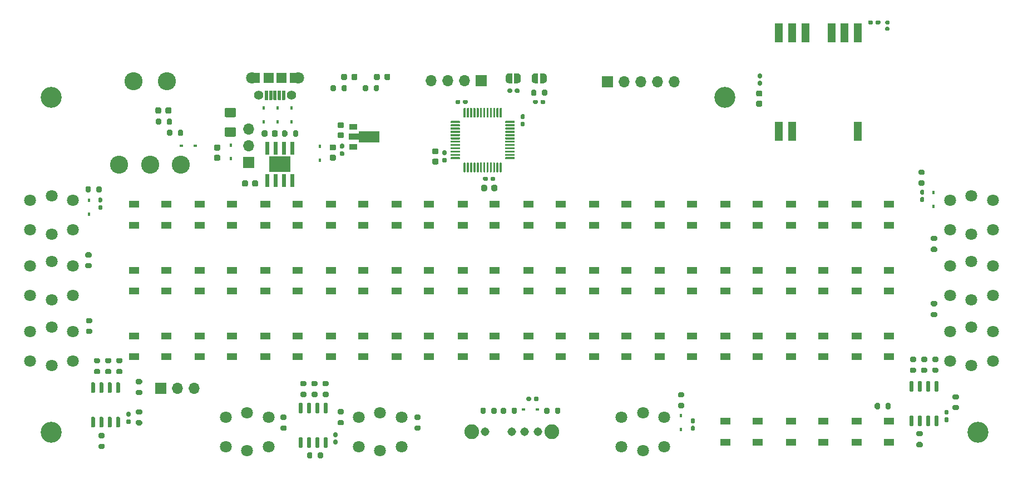
<source format=gbr>
%TF.GenerationSoftware,KiCad,Pcbnew,5.1.10-88a1d61d58~90~ubuntu20.04.1*%
%TF.CreationDate,2022-04-11T18:47:40-06:00*%
%TF.ProjectId,controller,636f6e74-726f-46c6-9c65-722e6b696361,rev?*%
%TF.SameCoordinates,Original*%
%TF.FileFunction,Soldermask,Top*%
%TF.FilePolarity,Negative*%
%FSLAX46Y46*%
G04 Gerber Fmt 4.6, Leading zero omitted, Abs format (unit mm)*
G04 Created by KiCad (PCBNEW 5.1.10-88a1d61d58~90~ubuntu20.04.1) date 2022-04-11 18:47:40*
%MOMM*%
%LPD*%
G01*
G04 APERTURE LIST*
%ADD10C,1.800000*%
%ADD11O,1.700000X1.700000*%
%ADD12R,1.700000X1.700000*%
%ADD13R,0.450000X0.600000*%
%ADD14R,3.302000X2.413000*%
%ADD15R,1.500000X1.550000*%
%ADD16C,1.408000*%
%ADD17C,0.100000*%
%ADD18C,2.250000*%
%ADD19C,1.308000*%
%ADD20R,1.198880X2.999740*%
%ADD21R,1.500000X1.000000*%
%ADD22R,1.300000X0.900000*%
%ADD23C,2.750000*%
%ADD24C,3.200000*%
%ADD25R,0.600000X0.450000*%
G04 APERTURE END LIST*
D10*
%TO.C,SW9*%
X68000000Y-155250000D03*
X61500000Y-155250000D03*
X68000000Y-150750000D03*
X61500000Y-150750000D03*
X64750000Y-155900000D03*
X64750000Y-150100000D03*
%TD*%
%TO.C,SW8*%
X88250000Y-155250000D03*
X81750000Y-155250000D03*
X88250000Y-150750000D03*
X81750000Y-150750000D03*
X85000000Y-155900000D03*
X85000000Y-150100000D03*
%TD*%
%TO.C,SW7*%
X128250000Y-155250000D03*
X121750000Y-155250000D03*
X128250000Y-150750000D03*
X121750000Y-150750000D03*
X125000000Y-155900000D03*
X125000000Y-150100000D03*
%TD*%
%TO.C,SW6*%
X178250000Y-142250000D03*
X171750000Y-142250000D03*
X178250000Y-137750000D03*
X171750000Y-137750000D03*
X175000000Y-142900000D03*
X175000000Y-137100000D03*
%TD*%
%TO.C,SW5*%
X178250000Y-132250000D03*
X171750000Y-132250000D03*
X178250000Y-127750000D03*
X171750000Y-127750000D03*
X175000000Y-132900000D03*
X175000000Y-127100000D03*
%TD*%
%TO.C,SW4*%
X178250000Y-122250000D03*
X171750000Y-122250000D03*
X178250000Y-117750000D03*
X171750000Y-117750000D03*
X175000000Y-122900000D03*
X175000000Y-117100000D03*
%TD*%
%TO.C,SW3*%
X38250000Y-142250000D03*
X31750000Y-142250000D03*
X38250000Y-137750000D03*
X31750000Y-137750000D03*
X35000000Y-142900000D03*
X35000000Y-137100000D03*
%TD*%
%TO.C,SW2*%
X38250000Y-132250000D03*
X31750000Y-132250000D03*
X38250000Y-127750000D03*
X31750000Y-127750000D03*
X35000000Y-132900000D03*
X35000000Y-127100000D03*
%TD*%
%TO.C,SW1*%
X38250000Y-122250000D03*
X31750000Y-122250000D03*
X38250000Y-117750000D03*
X31750000Y-117750000D03*
X35000000Y-122900000D03*
X35000000Y-117100000D03*
%TD*%
%TO.C,U4*%
G36*
G01*
X76555000Y-153800000D02*
X76855000Y-153800000D01*
G75*
G02*
X77005000Y-153950000I0J-150000D01*
G01*
X77005000Y-155300000D01*
G75*
G02*
X76855000Y-155450000I-150000J0D01*
G01*
X76555000Y-155450000D01*
G75*
G02*
X76405000Y-155300000I0J150000D01*
G01*
X76405000Y-153950000D01*
G75*
G02*
X76555000Y-153800000I150000J0D01*
G01*
G37*
G36*
G01*
X75285000Y-153800000D02*
X75585000Y-153800000D01*
G75*
G02*
X75735000Y-153950000I0J-150000D01*
G01*
X75735000Y-155300000D01*
G75*
G02*
X75585000Y-155450000I-150000J0D01*
G01*
X75285000Y-155450000D01*
G75*
G02*
X75135000Y-155300000I0J150000D01*
G01*
X75135000Y-153950000D01*
G75*
G02*
X75285000Y-153800000I150000J0D01*
G01*
G37*
G36*
G01*
X74015000Y-153800000D02*
X74315000Y-153800000D01*
G75*
G02*
X74465000Y-153950000I0J-150000D01*
G01*
X74465000Y-155300000D01*
G75*
G02*
X74315000Y-155450000I-150000J0D01*
G01*
X74015000Y-155450000D01*
G75*
G02*
X73865000Y-155300000I0J150000D01*
G01*
X73865000Y-153950000D01*
G75*
G02*
X74015000Y-153800000I150000J0D01*
G01*
G37*
G36*
G01*
X72745000Y-153800000D02*
X73045000Y-153800000D01*
G75*
G02*
X73195000Y-153950000I0J-150000D01*
G01*
X73195000Y-155300000D01*
G75*
G02*
X73045000Y-155450000I-150000J0D01*
G01*
X72745000Y-155450000D01*
G75*
G02*
X72595000Y-155300000I0J150000D01*
G01*
X72595000Y-153950000D01*
G75*
G02*
X72745000Y-153800000I150000J0D01*
G01*
G37*
G36*
G01*
X72745000Y-148550000D02*
X73045000Y-148550000D01*
G75*
G02*
X73195000Y-148700000I0J-150000D01*
G01*
X73195000Y-150050000D01*
G75*
G02*
X73045000Y-150200000I-150000J0D01*
G01*
X72745000Y-150200000D01*
G75*
G02*
X72595000Y-150050000I0J150000D01*
G01*
X72595000Y-148700000D01*
G75*
G02*
X72745000Y-148550000I150000J0D01*
G01*
G37*
G36*
G01*
X74015000Y-148550000D02*
X74315000Y-148550000D01*
G75*
G02*
X74465000Y-148700000I0J-150000D01*
G01*
X74465000Y-150050000D01*
G75*
G02*
X74315000Y-150200000I-150000J0D01*
G01*
X74015000Y-150200000D01*
G75*
G02*
X73865000Y-150050000I0J150000D01*
G01*
X73865000Y-148700000D01*
G75*
G02*
X74015000Y-148550000I150000J0D01*
G01*
G37*
G36*
G01*
X75285000Y-148550000D02*
X75585000Y-148550000D01*
G75*
G02*
X75735000Y-148700000I0J-150000D01*
G01*
X75735000Y-150050000D01*
G75*
G02*
X75585000Y-150200000I-150000J0D01*
G01*
X75285000Y-150200000D01*
G75*
G02*
X75135000Y-150050000I0J150000D01*
G01*
X75135000Y-148700000D01*
G75*
G02*
X75285000Y-148550000I150000J0D01*
G01*
G37*
G36*
G01*
X76555000Y-148550000D02*
X76855000Y-148550000D01*
G75*
G02*
X77005000Y-148700000I0J-150000D01*
G01*
X77005000Y-150050000D01*
G75*
G02*
X76855000Y-150200000I-150000J0D01*
G01*
X76555000Y-150200000D01*
G75*
G02*
X76405000Y-150050000I0J150000D01*
G01*
X76405000Y-148700000D01*
G75*
G02*
X76555000Y-148550000I150000J0D01*
G01*
G37*
%TD*%
%TO.C,U3*%
G36*
G01*
X169555000Y-150500000D02*
X169855000Y-150500000D01*
G75*
G02*
X170005000Y-150650000I0J-150000D01*
G01*
X170005000Y-152000000D01*
G75*
G02*
X169855000Y-152150000I-150000J0D01*
G01*
X169555000Y-152150000D01*
G75*
G02*
X169405000Y-152000000I0J150000D01*
G01*
X169405000Y-150650000D01*
G75*
G02*
X169555000Y-150500000I150000J0D01*
G01*
G37*
G36*
G01*
X168285000Y-150500000D02*
X168585000Y-150500000D01*
G75*
G02*
X168735000Y-150650000I0J-150000D01*
G01*
X168735000Y-152000000D01*
G75*
G02*
X168585000Y-152150000I-150000J0D01*
G01*
X168285000Y-152150000D01*
G75*
G02*
X168135000Y-152000000I0J150000D01*
G01*
X168135000Y-150650000D01*
G75*
G02*
X168285000Y-150500000I150000J0D01*
G01*
G37*
G36*
G01*
X167015000Y-150500000D02*
X167315000Y-150500000D01*
G75*
G02*
X167465000Y-150650000I0J-150000D01*
G01*
X167465000Y-152000000D01*
G75*
G02*
X167315000Y-152150000I-150000J0D01*
G01*
X167015000Y-152150000D01*
G75*
G02*
X166865000Y-152000000I0J150000D01*
G01*
X166865000Y-150650000D01*
G75*
G02*
X167015000Y-150500000I150000J0D01*
G01*
G37*
G36*
G01*
X165745000Y-150500000D02*
X166045000Y-150500000D01*
G75*
G02*
X166195000Y-150650000I0J-150000D01*
G01*
X166195000Y-152000000D01*
G75*
G02*
X166045000Y-152150000I-150000J0D01*
G01*
X165745000Y-152150000D01*
G75*
G02*
X165595000Y-152000000I0J150000D01*
G01*
X165595000Y-150650000D01*
G75*
G02*
X165745000Y-150500000I150000J0D01*
G01*
G37*
G36*
G01*
X165745000Y-145250000D02*
X166045000Y-145250000D01*
G75*
G02*
X166195000Y-145400000I0J-150000D01*
G01*
X166195000Y-146750000D01*
G75*
G02*
X166045000Y-146900000I-150000J0D01*
G01*
X165745000Y-146900000D01*
G75*
G02*
X165595000Y-146750000I0J150000D01*
G01*
X165595000Y-145400000D01*
G75*
G02*
X165745000Y-145250000I150000J0D01*
G01*
G37*
G36*
G01*
X167015000Y-145250000D02*
X167315000Y-145250000D01*
G75*
G02*
X167465000Y-145400000I0J-150000D01*
G01*
X167465000Y-146750000D01*
G75*
G02*
X167315000Y-146900000I-150000J0D01*
G01*
X167015000Y-146900000D01*
G75*
G02*
X166865000Y-146750000I0J150000D01*
G01*
X166865000Y-145400000D01*
G75*
G02*
X167015000Y-145250000I150000J0D01*
G01*
G37*
G36*
G01*
X168285000Y-145250000D02*
X168585000Y-145250000D01*
G75*
G02*
X168735000Y-145400000I0J-150000D01*
G01*
X168735000Y-146750000D01*
G75*
G02*
X168585000Y-146900000I-150000J0D01*
G01*
X168285000Y-146900000D01*
G75*
G02*
X168135000Y-146750000I0J150000D01*
G01*
X168135000Y-145400000D01*
G75*
G02*
X168285000Y-145250000I150000J0D01*
G01*
G37*
G36*
G01*
X169555000Y-145250000D02*
X169855000Y-145250000D01*
G75*
G02*
X170005000Y-145400000I0J-150000D01*
G01*
X170005000Y-146750000D01*
G75*
G02*
X169855000Y-146900000I-150000J0D01*
G01*
X169555000Y-146900000D01*
G75*
G02*
X169405000Y-146750000I0J150000D01*
G01*
X169405000Y-145400000D01*
G75*
G02*
X169555000Y-145250000I150000J0D01*
G01*
G37*
%TD*%
%TO.C,U1*%
G36*
G01*
X44955000Y-150700000D02*
X45255000Y-150700000D01*
G75*
G02*
X45405000Y-150850000I0J-150000D01*
G01*
X45405000Y-152200000D01*
G75*
G02*
X45255000Y-152350000I-150000J0D01*
G01*
X44955000Y-152350000D01*
G75*
G02*
X44805000Y-152200000I0J150000D01*
G01*
X44805000Y-150850000D01*
G75*
G02*
X44955000Y-150700000I150000J0D01*
G01*
G37*
G36*
G01*
X43685000Y-150700000D02*
X43985000Y-150700000D01*
G75*
G02*
X44135000Y-150850000I0J-150000D01*
G01*
X44135000Y-152200000D01*
G75*
G02*
X43985000Y-152350000I-150000J0D01*
G01*
X43685000Y-152350000D01*
G75*
G02*
X43535000Y-152200000I0J150000D01*
G01*
X43535000Y-150850000D01*
G75*
G02*
X43685000Y-150700000I150000J0D01*
G01*
G37*
G36*
G01*
X42415000Y-150700000D02*
X42715000Y-150700000D01*
G75*
G02*
X42865000Y-150850000I0J-150000D01*
G01*
X42865000Y-152200000D01*
G75*
G02*
X42715000Y-152350000I-150000J0D01*
G01*
X42415000Y-152350000D01*
G75*
G02*
X42265000Y-152200000I0J150000D01*
G01*
X42265000Y-150850000D01*
G75*
G02*
X42415000Y-150700000I150000J0D01*
G01*
G37*
G36*
G01*
X41145000Y-150700000D02*
X41445000Y-150700000D01*
G75*
G02*
X41595000Y-150850000I0J-150000D01*
G01*
X41595000Y-152200000D01*
G75*
G02*
X41445000Y-152350000I-150000J0D01*
G01*
X41145000Y-152350000D01*
G75*
G02*
X40995000Y-152200000I0J150000D01*
G01*
X40995000Y-150850000D01*
G75*
G02*
X41145000Y-150700000I150000J0D01*
G01*
G37*
G36*
G01*
X41145000Y-145450000D02*
X41445000Y-145450000D01*
G75*
G02*
X41595000Y-145600000I0J-150000D01*
G01*
X41595000Y-146950000D01*
G75*
G02*
X41445000Y-147100000I-150000J0D01*
G01*
X41145000Y-147100000D01*
G75*
G02*
X40995000Y-146950000I0J150000D01*
G01*
X40995000Y-145600000D01*
G75*
G02*
X41145000Y-145450000I150000J0D01*
G01*
G37*
G36*
G01*
X42415000Y-145450000D02*
X42715000Y-145450000D01*
G75*
G02*
X42865000Y-145600000I0J-150000D01*
G01*
X42865000Y-146950000D01*
G75*
G02*
X42715000Y-147100000I-150000J0D01*
G01*
X42415000Y-147100000D01*
G75*
G02*
X42265000Y-146950000I0J150000D01*
G01*
X42265000Y-145600000D01*
G75*
G02*
X42415000Y-145450000I150000J0D01*
G01*
G37*
G36*
G01*
X43685000Y-145450000D02*
X43985000Y-145450000D01*
G75*
G02*
X44135000Y-145600000I0J-150000D01*
G01*
X44135000Y-146950000D01*
G75*
G02*
X43985000Y-147100000I-150000J0D01*
G01*
X43685000Y-147100000D01*
G75*
G02*
X43535000Y-146950000I0J150000D01*
G01*
X43535000Y-145600000D01*
G75*
G02*
X43685000Y-145450000I150000J0D01*
G01*
G37*
G36*
G01*
X44955000Y-145450000D02*
X45255000Y-145450000D01*
G75*
G02*
X45405000Y-145600000I0J-150000D01*
G01*
X45405000Y-146950000D01*
G75*
G02*
X45255000Y-147100000I-150000J0D01*
G01*
X44955000Y-147100000D01*
G75*
G02*
X44805000Y-146950000I0J150000D01*
G01*
X44805000Y-145600000D01*
G75*
G02*
X44955000Y-145450000I150000J0D01*
G01*
G37*
%TD*%
D11*
%TO.C,J5*%
X56680000Y-146400000D03*
X54140000Y-146400000D03*
D12*
X51600000Y-146400000D03*
%TD*%
%TO.C,R35*%
G36*
G01*
X48025000Y-146625000D02*
X48575000Y-146625000D01*
G75*
G02*
X48775000Y-146825000I0J-200000D01*
G01*
X48775000Y-147225000D01*
G75*
G02*
X48575000Y-147425000I-200000J0D01*
G01*
X48025000Y-147425000D01*
G75*
G02*
X47825000Y-147225000I0J200000D01*
G01*
X47825000Y-146825000D01*
G75*
G02*
X48025000Y-146625000I200000J0D01*
G01*
G37*
G36*
G01*
X48025000Y-144975000D02*
X48575000Y-144975000D01*
G75*
G02*
X48775000Y-145175000I0J-200000D01*
G01*
X48775000Y-145575000D01*
G75*
G02*
X48575000Y-145775000I-200000J0D01*
G01*
X48025000Y-145775000D01*
G75*
G02*
X47825000Y-145575000I0J200000D01*
G01*
X47825000Y-145175000D01*
G75*
G02*
X48025000Y-144975000I200000J0D01*
G01*
G37*
%TD*%
%TO.C,C25*%
G36*
G01*
X79045000Y-110300000D02*
X79355000Y-110300000D01*
G75*
G02*
X79510000Y-110455000I0J-155000D01*
G01*
X79510000Y-110880000D01*
G75*
G02*
X79355000Y-111035000I-155000J0D01*
G01*
X79045000Y-111035000D01*
G75*
G02*
X78890000Y-110880000I0J155000D01*
G01*
X78890000Y-110455000D01*
G75*
G02*
X79045000Y-110300000I155000J0D01*
G01*
G37*
G36*
G01*
X79045000Y-109165000D02*
X79355000Y-109165000D01*
G75*
G02*
X79510000Y-109320000I0J-155000D01*
G01*
X79510000Y-109745000D01*
G75*
G02*
X79355000Y-109900000I-155000J0D01*
G01*
X79045000Y-109900000D01*
G75*
G02*
X78890000Y-109745000I0J155000D01*
G01*
X78890000Y-109320000D01*
G75*
G02*
X79045000Y-109165000I155000J0D01*
G01*
G37*
%TD*%
D13*
%TO.C,D51*%
X67300000Y-105850000D03*
X67300000Y-103750000D03*
%TD*%
%TO.C,D50*%
X69400000Y-105850000D03*
X69400000Y-103750000D03*
%TD*%
%TO.C,C10*%
G36*
G01*
X108400000Y-148155000D02*
X108400000Y-147845000D01*
G75*
G02*
X108555000Y-147690000I155000J0D01*
G01*
X108980000Y-147690000D01*
G75*
G02*
X109135000Y-147845000I0J-155000D01*
G01*
X109135000Y-148155000D01*
G75*
G02*
X108980000Y-148310000I-155000J0D01*
G01*
X108555000Y-148310000D01*
G75*
G02*
X108400000Y-148155000I0J155000D01*
G01*
G37*
G36*
G01*
X107265000Y-148155000D02*
X107265000Y-147845000D01*
G75*
G02*
X107420000Y-147690000I155000J0D01*
G01*
X107845000Y-147690000D01*
G75*
G02*
X108000000Y-147845000I0J-155000D01*
G01*
X108000000Y-148155000D01*
G75*
G02*
X107845000Y-148310000I-155000J0D01*
G01*
X107420000Y-148310000D01*
G75*
G02*
X107265000Y-148155000I0J155000D01*
G01*
G37*
%TD*%
%TO.C,C8*%
G36*
G01*
X132445000Y-152100000D02*
X132755000Y-152100000D01*
G75*
G02*
X132910000Y-152255000I0J-155000D01*
G01*
X132910000Y-152680000D01*
G75*
G02*
X132755000Y-152835000I-155000J0D01*
G01*
X132445000Y-152835000D01*
G75*
G02*
X132290000Y-152680000I0J155000D01*
G01*
X132290000Y-152255000D01*
G75*
G02*
X132445000Y-152100000I155000J0D01*
G01*
G37*
G36*
G01*
X132445000Y-150965000D02*
X132755000Y-150965000D01*
G75*
G02*
X132910000Y-151120000I0J-155000D01*
G01*
X132910000Y-151545000D01*
G75*
G02*
X132755000Y-151700000I-155000J0D01*
G01*
X132445000Y-151700000D01*
G75*
G02*
X132290000Y-151545000I0J155000D01*
G01*
X132290000Y-151120000D01*
G75*
G02*
X132445000Y-150965000I155000J0D01*
G01*
G37*
%TD*%
%TO.C,C4*%
G36*
G01*
X167345000Y-117300000D02*
X167655000Y-117300000D01*
G75*
G02*
X167810000Y-117455000I0J-155000D01*
G01*
X167810000Y-117880000D01*
G75*
G02*
X167655000Y-118035000I-155000J0D01*
G01*
X167345000Y-118035000D01*
G75*
G02*
X167190000Y-117880000I0J155000D01*
G01*
X167190000Y-117455000D01*
G75*
G02*
X167345000Y-117300000I155000J0D01*
G01*
G37*
G36*
G01*
X167345000Y-116165000D02*
X167655000Y-116165000D01*
G75*
G02*
X167810000Y-116320000I0J-155000D01*
G01*
X167810000Y-116745000D01*
G75*
G02*
X167655000Y-116900000I-155000J0D01*
G01*
X167345000Y-116900000D01*
G75*
G02*
X167190000Y-116745000I0J155000D01*
G01*
X167190000Y-116320000D01*
G75*
G02*
X167345000Y-116165000I155000J0D01*
G01*
G37*
%TD*%
%TO.C,C2*%
G36*
G01*
X42245000Y-118500000D02*
X42555000Y-118500000D01*
G75*
G02*
X42710000Y-118655000I0J-155000D01*
G01*
X42710000Y-119080000D01*
G75*
G02*
X42555000Y-119235000I-155000J0D01*
G01*
X42245000Y-119235000D01*
G75*
G02*
X42090000Y-119080000I0J155000D01*
G01*
X42090000Y-118655000D01*
G75*
G02*
X42245000Y-118500000I155000J0D01*
G01*
G37*
G36*
G01*
X42245000Y-117365000D02*
X42555000Y-117365000D01*
G75*
G02*
X42710000Y-117520000I0J-155000D01*
G01*
X42710000Y-117945000D01*
G75*
G02*
X42555000Y-118100000I-155000J0D01*
G01*
X42245000Y-118100000D01*
G75*
G02*
X42090000Y-117945000I0J155000D01*
G01*
X42090000Y-117520000D01*
G75*
G02*
X42245000Y-117365000I155000J0D01*
G01*
G37*
%TD*%
D14*
%TO.C,U7*%
X69700000Y-112300000D03*
G36*
G01*
X71347000Y-113790000D02*
X71863000Y-113790000D01*
G75*
G02*
X71905000Y-113832000I0J-42000D01*
G01*
X71905000Y-115718000D01*
G75*
G02*
X71863000Y-115760000I-42000J0D01*
G01*
X71347000Y-115760000D01*
G75*
G02*
X71305000Y-115718000I0J42000D01*
G01*
X71305000Y-113832000D01*
G75*
G02*
X71347000Y-113790000I42000J0D01*
G01*
G37*
G36*
G01*
X70077000Y-113790000D02*
X70593000Y-113790000D01*
G75*
G02*
X70635000Y-113832000I0J-42000D01*
G01*
X70635000Y-115718000D01*
G75*
G02*
X70593000Y-115760000I-42000J0D01*
G01*
X70077000Y-115760000D01*
G75*
G02*
X70035000Y-115718000I0J42000D01*
G01*
X70035000Y-113832000D01*
G75*
G02*
X70077000Y-113790000I42000J0D01*
G01*
G37*
G36*
G01*
X68807000Y-113790000D02*
X69323000Y-113790000D01*
G75*
G02*
X69365000Y-113832000I0J-42000D01*
G01*
X69365000Y-115718000D01*
G75*
G02*
X69323000Y-115760000I-42000J0D01*
G01*
X68807000Y-115760000D01*
G75*
G02*
X68765000Y-115718000I0J42000D01*
G01*
X68765000Y-113832000D01*
G75*
G02*
X68807000Y-113790000I42000J0D01*
G01*
G37*
G36*
G01*
X67537000Y-113790000D02*
X68053000Y-113790000D01*
G75*
G02*
X68095000Y-113832000I0J-42000D01*
G01*
X68095000Y-115718000D01*
G75*
G02*
X68053000Y-115760000I-42000J0D01*
G01*
X67537000Y-115760000D01*
G75*
G02*
X67495000Y-115718000I0J42000D01*
G01*
X67495000Y-113832000D01*
G75*
G02*
X67537000Y-113790000I42000J0D01*
G01*
G37*
G36*
G01*
X67537000Y-108840000D02*
X68053000Y-108840000D01*
G75*
G02*
X68095000Y-108882000I0J-42000D01*
G01*
X68095000Y-110768000D01*
G75*
G02*
X68053000Y-110810000I-42000J0D01*
G01*
X67537000Y-110810000D01*
G75*
G02*
X67495000Y-110768000I0J42000D01*
G01*
X67495000Y-108882000D01*
G75*
G02*
X67537000Y-108840000I42000J0D01*
G01*
G37*
G36*
G01*
X68807000Y-108840000D02*
X69323000Y-108840000D01*
G75*
G02*
X69365000Y-108882000I0J-42000D01*
G01*
X69365000Y-110768000D01*
G75*
G02*
X69323000Y-110810000I-42000J0D01*
G01*
X68807000Y-110810000D01*
G75*
G02*
X68765000Y-110768000I0J42000D01*
G01*
X68765000Y-108882000D01*
G75*
G02*
X68807000Y-108840000I42000J0D01*
G01*
G37*
G36*
G01*
X70077000Y-108840000D02*
X70593000Y-108840000D01*
G75*
G02*
X70635000Y-108882000I0J-42000D01*
G01*
X70635000Y-110768000D01*
G75*
G02*
X70593000Y-110810000I-42000J0D01*
G01*
X70077000Y-110810000D01*
G75*
G02*
X70035000Y-110768000I0J42000D01*
G01*
X70035000Y-108882000D01*
G75*
G02*
X70077000Y-108840000I42000J0D01*
G01*
G37*
G36*
G01*
X71347000Y-108840000D02*
X71863000Y-108840000D01*
G75*
G02*
X71905000Y-108882000I0J-42000D01*
G01*
X71905000Y-110768000D01*
G75*
G02*
X71863000Y-110810000I-42000J0D01*
G01*
X71347000Y-110810000D01*
G75*
G02*
X71305000Y-110768000I0J42000D01*
G01*
X71305000Y-108882000D01*
G75*
G02*
X71347000Y-108840000I42000J0D01*
G01*
G37*
%TD*%
D15*
%TO.C,J4*%
X65950000Y-99100000D03*
X72050000Y-99100000D03*
X68000000Y-99100000D03*
X70000000Y-99100000D03*
D10*
X65500000Y-99100000D03*
X72500000Y-99100000D03*
D16*
X66500000Y-101800000D03*
X71500000Y-101800000D03*
G36*
G01*
X67450000Y-102450000D02*
X67450000Y-101100000D01*
G75*
G02*
X67500000Y-101050000I50000J0D01*
G01*
X67900000Y-101050000D01*
G75*
G02*
X67950000Y-101100000I0J-50000D01*
G01*
X67950000Y-102450000D01*
G75*
G02*
X67900000Y-102500000I-50000J0D01*
G01*
X67500000Y-102500000D01*
G75*
G02*
X67450000Y-102450000I0J50000D01*
G01*
G37*
G36*
G01*
X68100000Y-102450000D02*
X68100000Y-101100000D01*
G75*
G02*
X68150000Y-101050000I50000J0D01*
G01*
X68550000Y-101050000D01*
G75*
G02*
X68600000Y-101100000I0J-50000D01*
G01*
X68600000Y-102450000D01*
G75*
G02*
X68550000Y-102500000I-50000J0D01*
G01*
X68150000Y-102500000D01*
G75*
G02*
X68100000Y-102450000I0J50000D01*
G01*
G37*
G36*
G01*
X68750000Y-102450000D02*
X68750000Y-101100000D01*
G75*
G02*
X68800000Y-101050000I50000J0D01*
G01*
X69200000Y-101050000D01*
G75*
G02*
X69250000Y-101100000I0J-50000D01*
G01*
X69250000Y-102450000D01*
G75*
G02*
X69200000Y-102500000I-50000J0D01*
G01*
X68800000Y-102500000D01*
G75*
G02*
X68750000Y-102450000I0J50000D01*
G01*
G37*
G36*
G01*
X69400000Y-102450000D02*
X69400000Y-101100000D01*
G75*
G02*
X69450000Y-101050000I50000J0D01*
G01*
X69850000Y-101050000D01*
G75*
G02*
X69900000Y-101100000I0J-50000D01*
G01*
X69900000Y-102450000D01*
G75*
G02*
X69850000Y-102500000I-50000J0D01*
G01*
X69450000Y-102500000D01*
G75*
G02*
X69400000Y-102450000I0J50000D01*
G01*
G37*
G36*
G01*
X70050000Y-102450000D02*
X70050000Y-101100000D01*
G75*
G02*
X70100000Y-101050000I50000J0D01*
G01*
X70500000Y-101050000D01*
G75*
G02*
X70550000Y-101100000I0J-50000D01*
G01*
X70550000Y-102450000D01*
G75*
G02*
X70500000Y-102500000I-50000J0D01*
G01*
X70100000Y-102500000D01*
G75*
G02*
X70050000Y-102450000I0J50000D01*
G01*
G37*
%TD*%
%TO.C,U2*%
G36*
G01*
X97100000Y-111500000D02*
X95775000Y-111500000D01*
G75*
G02*
X95700000Y-111425000I0J75000D01*
G01*
X95700000Y-111275000D01*
G75*
G02*
X95775000Y-111200000I75000J0D01*
G01*
X97100000Y-111200000D01*
G75*
G02*
X97175000Y-111275000I0J-75000D01*
G01*
X97175000Y-111425000D01*
G75*
G02*
X97100000Y-111500000I-75000J0D01*
G01*
G37*
G36*
G01*
X97100000Y-111000000D02*
X95775000Y-111000000D01*
G75*
G02*
X95700000Y-110925000I0J75000D01*
G01*
X95700000Y-110775000D01*
G75*
G02*
X95775000Y-110700000I75000J0D01*
G01*
X97100000Y-110700000D01*
G75*
G02*
X97175000Y-110775000I0J-75000D01*
G01*
X97175000Y-110925000D01*
G75*
G02*
X97100000Y-111000000I-75000J0D01*
G01*
G37*
G36*
G01*
X97100000Y-110500000D02*
X95775000Y-110500000D01*
G75*
G02*
X95700000Y-110425000I0J75000D01*
G01*
X95700000Y-110275000D01*
G75*
G02*
X95775000Y-110200000I75000J0D01*
G01*
X97100000Y-110200000D01*
G75*
G02*
X97175000Y-110275000I0J-75000D01*
G01*
X97175000Y-110425000D01*
G75*
G02*
X97100000Y-110500000I-75000J0D01*
G01*
G37*
G36*
G01*
X97100000Y-110000000D02*
X95775000Y-110000000D01*
G75*
G02*
X95700000Y-109925000I0J75000D01*
G01*
X95700000Y-109775000D01*
G75*
G02*
X95775000Y-109700000I75000J0D01*
G01*
X97100000Y-109700000D01*
G75*
G02*
X97175000Y-109775000I0J-75000D01*
G01*
X97175000Y-109925000D01*
G75*
G02*
X97100000Y-110000000I-75000J0D01*
G01*
G37*
G36*
G01*
X97100000Y-109500000D02*
X95775000Y-109500000D01*
G75*
G02*
X95700000Y-109425000I0J75000D01*
G01*
X95700000Y-109275000D01*
G75*
G02*
X95775000Y-109200000I75000J0D01*
G01*
X97100000Y-109200000D01*
G75*
G02*
X97175000Y-109275000I0J-75000D01*
G01*
X97175000Y-109425000D01*
G75*
G02*
X97100000Y-109500000I-75000J0D01*
G01*
G37*
G36*
G01*
X97100000Y-109000000D02*
X95775000Y-109000000D01*
G75*
G02*
X95700000Y-108925000I0J75000D01*
G01*
X95700000Y-108775000D01*
G75*
G02*
X95775000Y-108700000I75000J0D01*
G01*
X97100000Y-108700000D01*
G75*
G02*
X97175000Y-108775000I0J-75000D01*
G01*
X97175000Y-108925000D01*
G75*
G02*
X97100000Y-109000000I-75000J0D01*
G01*
G37*
G36*
G01*
X97100000Y-108500000D02*
X95775000Y-108500000D01*
G75*
G02*
X95700000Y-108425000I0J75000D01*
G01*
X95700000Y-108275000D01*
G75*
G02*
X95775000Y-108200000I75000J0D01*
G01*
X97100000Y-108200000D01*
G75*
G02*
X97175000Y-108275000I0J-75000D01*
G01*
X97175000Y-108425000D01*
G75*
G02*
X97100000Y-108500000I-75000J0D01*
G01*
G37*
G36*
G01*
X97100000Y-108000000D02*
X95775000Y-108000000D01*
G75*
G02*
X95700000Y-107925000I0J75000D01*
G01*
X95700000Y-107775000D01*
G75*
G02*
X95775000Y-107700000I75000J0D01*
G01*
X97100000Y-107700000D01*
G75*
G02*
X97175000Y-107775000I0J-75000D01*
G01*
X97175000Y-107925000D01*
G75*
G02*
X97100000Y-108000000I-75000J0D01*
G01*
G37*
G36*
G01*
X97100000Y-107500000D02*
X95775000Y-107500000D01*
G75*
G02*
X95700000Y-107425000I0J75000D01*
G01*
X95700000Y-107275000D01*
G75*
G02*
X95775000Y-107200000I75000J0D01*
G01*
X97100000Y-107200000D01*
G75*
G02*
X97175000Y-107275000I0J-75000D01*
G01*
X97175000Y-107425000D01*
G75*
G02*
X97100000Y-107500000I-75000J0D01*
G01*
G37*
G36*
G01*
X97100000Y-107000000D02*
X95775000Y-107000000D01*
G75*
G02*
X95700000Y-106925000I0J75000D01*
G01*
X95700000Y-106775000D01*
G75*
G02*
X95775000Y-106700000I75000J0D01*
G01*
X97100000Y-106700000D01*
G75*
G02*
X97175000Y-106775000I0J-75000D01*
G01*
X97175000Y-106925000D01*
G75*
G02*
X97100000Y-107000000I-75000J0D01*
G01*
G37*
G36*
G01*
X97100000Y-106500000D02*
X95775000Y-106500000D01*
G75*
G02*
X95700000Y-106425000I0J75000D01*
G01*
X95700000Y-106275000D01*
G75*
G02*
X95775000Y-106200000I75000J0D01*
G01*
X97100000Y-106200000D01*
G75*
G02*
X97175000Y-106275000I0J-75000D01*
G01*
X97175000Y-106425000D01*
G75*
G02*
X97100000Y-106500000I-75000J0D01*
G01*
G37*
G36*
G01*
X97100000Y-106000000D02*
X95775000Y-106000000D01*
G75*
G02*
X95700000Y-105925000I0J75000D01*
G01*
X95700000Y-105775000D01*
G75*
G02*
X95775000Y-105700000I75000J0D01*
G01*
X97100000Y-105700000D01*
G75*
G02*
X97175000Y-105775000I0J-75000D01*
G01*
X97175000Y-105925000D01*
G75*
G02*
X97100000Y-106000000I-75000J0D01*
G01*
G37*
G36*
G01*
X97925000Y-105175000D02*
X97775000Y-105175000D01*
G75*
G02*
X97700000Y-105100000I0J75000D01*
G01*
X97700000Y-103775000D01*
G75*
G02*
X97775000Y-103700000I75000J0D01*
G01*
X97925000Y-103700000D01*
G75*
G02*
X98000000Y-103775000I0J-75000D01*
G01*
X98000000Y-105100000D01*
G75*
G02*
X97925000Y-105175000I-75000J0D01*
G01*
G37*
G36*
G01*
X98425000Y-105175000D02*
X98275000Y-105175000D01*
G75*
G02*
X98200000Y-105100000I0J75000D01*
G01*
X98200000Y-103775000D01*
G75*
G02*
X98275000Y-103700000I75000J0D01*
G01*
X98425000Y-103700000D01*
G75*
G02*
X98500000Y-103775000I0J-75000D01*
G01*
X98500000Y-105100000D01*
G75*
G02*
X98425000Y-105175000I-75000J0D01*
G01*
G37*
G36*
G01*
X98925000Y-105175000D02*
X98775000Y-105175000D01*
G75*
G02*
X98700000Y-105100000I0J75000D01*
G01*
X98700000Y-103775000D01*
G75*
G02*
X98775000Y-103700000I75000J0D01*
G01*
X98925000Y-103700000D01*
G75*
G02*
X99000000Y-103775000I0J-75000D01*
G01*
X99000000Y-105100000D01*
G75*
G02*
X98925000Y-105175000I-75000J0D01*
G01*
G37*
G36*
G01*
X99425000Y-105175000D02*
X99275000Y-105175000D01*
G75*
G02*
X99200000Y-105100000I0J75000D01*
G01*
X99200000Y-103775000D01*
G75*
G02*
X99275000Y-103700000I75000J0D01*
G01*
X99425000Y-103700000D01*
G75*
G02*
X99500000Y-103775000I0J-75000D01*
G01*
X99500000Y-105100000D01*
G75*
G02*
X99425000Y-105175000I-75000J0D01*
G01*
G37*
G36*
G01*
X99925000Y-105175000D02*
X99775000Y-105175000D01*
G75*
G02*
X99700000Y-105100000I0J75000D01*
G01*
X99700000Y-103775000D01*
G75*
G02*
X99775000Y-103700000I75000J0D01*
G01*
X99925000Y-103700000D01*
G75*
G02*
X100000000Y-103775000I0J-75000D01*
G01*
X100000000Y-105100000D01*
G75*
G02*
X99925000Y-105175000I-75000J0D01*
G01*
G37*
G36*
G01*
X100425000Y-105175000D02*
X100275000Y-105175000D01*
G75*
G02*
X100200000Y-105100000I0J75000D01*
G01*
X100200000Y-103775000D01*
G75*
G02*
X100275000Y-103700000I75000J0D01*
G01*
X100425000Y-103700000D01*
G75*
G02*
X100500000Y-103775000I0J-75000D01*
G01*
X100500000Y-105100000D01*
G75*
G02*
X100425000Y-105175000I-75000J0D01*
G01*
G37*
G36*
G01*
X100925000Y-105175000D02*
X100775000Y-105175000D01*
G75*
G02*
X100700000Y-105100000I0J75000D01*
G01*
X100700000Y-103775000D01*
G75*
G02*
X100775000Y-103700000I75000J0D01*
G01*
X100925000Y-103700000D01*
G75*
G02*
X101000000Y-103775000I0J-75000D01*
G01*
X101000000Y-105100000D01*
G75*
G02*
X100925000Y-105175000I-75000J0D01*
G01*
G37*
G36*
G01*
X101425000Y-105175000D02*
X101275000Y-105175000D01*
G75*
G02*
X101200000Y-105100000I0J75000D01*
G01*
X101200000Y-103775000D01*
G75*
G02*
X101275000Y-103700000I75000J0D01*
G01*
X101425000Y-103700000D01*
G75*
G02*
X101500000Y-103775000I0J-75000D01*
G01*
X101500000Y-105100000D01*
G75*
G02*
X101425000Y-105175000I-75000J0D01*
G01*
G37*
G36*
G01*
X101925000Y-105175000D02*
X101775000Y-105175000D01*
G75*
G02*
X101700000Y-105100000I0J75000D01*
G01*
X101700000Y-103775000D01*
G75*
G02*
X101775000Y-103700000I75000J0D01*
G01*
X101925000Y-103700000D01*
G75*
G02*
X102000000Y-103775000I0J-75000D01*
G01*
X102000000Y-105100000D01*
G75*
G02*
X101925000Y-105175000I-75000J0D01*
G01*
G37*
G36*
G01*
X102425000Y-105175000D02*
X102275000Y-105175000D01*
G75*
G02*
X102200000Y-105100000I0J75000D01*
G01*
X102200000Y-103775000D01*
G75*
G02*
X102275000Y-103700000I75000J0D01*
G01*
X102425000Y-103700000D01*
G75*
G02*
X102500000Y-103775000I0J-75000D01*
G01*
X102500000Y-105100000D01*
G75*
G02*
X102425000Y-105175000I-75000J0D01*
G01*
G37*
G36*
G01*
X102925000Y-105175000D02*
X102775000Y-105175000D01*
G75*
G02*
X102700000Y-105100000I0J75000D01*
G01*
X102700000Y-103775000D01*
G75*
G02*
X102775000Y-103700000I75000J0D01*
G01*
X102925000Y-103700000D01*
G75*
G02*
X103000000Y-103775000I0J-75000D01*
G01*
X103000000Y-105100000D01*
G75*
G02*
X102925000Y-105175000I-75000J0D01*
G01*
G37*
G36*
G01*
X103425000Y-105175000D02*
X103275000Y-105175000D01*
G75*
G02*
X103200000Y-105100000I0J75000D01*
G01*
X103200000Y-103775000D01*
G75*
G02*
X103275000Y-103700000I75000J0D01*
G01*
X103425000Y-103700000D01*
G75*
G02*
X103500000Y-103775000I0J-75000D01*
G01*
X103500000Y-105100000D01*
G75*
G02*
X103425000Y-105175000I-75000J0D01*
G01*
G37*
G36*
G01*
X105425000Y-106000000D02*
X104100000Y-106000000D01*
G75*
G02*
X104025000Y-105925000I0J75000D01*
G01*
X104025000Y-105775000D01*
G75*
G02*
X104100000Y-105700000I75000J0D01*
G01*
X105425000Y-105700000D01*
G75*
G02*
X105500000Y-105775000I0J-75000D01*
G01*
X105500000Y-105925000D01*
G75*
G02*
X105425000Y-106000000I-75000J0D01*
G01*
G37*
G36*
G01*
X105425000Y-106500000D02*
X104100000Y-106500000D01*
G75*
G02*
X104025000Y-106425000I0J75000D01*
G01*
X104025000Y-106275000D01*
G75*
G02*
X104100000Y-106200000I75000J0D01*
G01*
X105425000Y-106200000D01*
G75*
G02*
X105500000Y-106275000I0J-75000D01*
G01*
X105500000Y-106425000D01*
G75*
G02*
X105425000Y-106500000I-75000J0D01*
G01*
G37*
G36*
G01*
X105425000Y-107000000D02*
X104100000Y-107000000D01*
G75*
G02*
X104025000Y-106925000I0J75000D01*
G01*
X104025000Y-106775000D01*
G75*
G02*
X104100000Y-106700000I75000J0D01*
G01*
X105425000Y-106700000D01*
G75*
G02*
X105500000Y-106775000I0J-75000D01*
G01*
X105500000Y-106925000D01*
G75*
G02*
X105425000Y-107000000I-75000J0D01*
G01*
G37*
G36*
G01*
X105425000Y-107500000D02*
X104100000Y-107500000D01*
G75*
G02*
X104025000Y-107425000I0J75000D01*
G01*
X104025000Y-107275000D01*
G75*
G02*
X104100000Y-107200000I75000J0D01*
G01*
X105425000Y-107200000D01*
G75*
G02*
X105500000Y-107275000I0J-75000D01*
G01*
X105500000Y-107425000D01*
G75*
G02*
X105425000Y-107500000I-75000J0D01*
G01*
G37*
G36*
G01*
X105425000Y-108000000D02*
X104100000Y-108000000D01*
G75*
G02*
X104025000Y-107925000I0J75000D01*
G01*
X104025000Y-107775000D01*
G75*
G02*
X104100000Y-107700000I75000J0D01*
G01*
X105425000Y-107700000D01*
G75*
G02*
X105500000Y-107775000I0J-75000D01*
G01*
X105500000Y-107925000D01*
G75*
G02*
X105425000Y-108000000I-75000J0D01*
G01*
G37*
G36*
G01*
X105425000Y-108500000D02*
X104100000Y-108500000D01*
G75*
G02*
X104025000Y-108425000I0J75000D01*
G01*
X104025000Y-108275000D01*
G75*
G02*
X104100000Y-108200000I75000J0D01*
G01*
X105425000Y-108200000D01*
G75*
G02*
X105500000Y-108275000I0J-75000D01*
G01*
X105500000Y-108425000D01*
G75*
G02*
X105425000Y-108500000I-75000J0D01*
G01*
G37*
G36*
G01*
X105425000Y-109000000D02*
X104100000Y-109000000D01*
G75*
G02*
X104025000Y-108925000I0J75000D01*
G01*
X104025000Y-108775000D01*
G75*
G02*
X104100000Y-108700000I75000J0D01*
G01*
X105425000Y-108700000D01*
G75*
G02*
X105500000Y-108775000I0J-75000D01*
G01*
X105500000Y-108925000D01*
G75*
G02*
X105425000Y-109000000I-75000J0D01*
G01*
G37*
G36*
G01*
X105425000Y-109500000D02*
X104100000Y-109500000D01*
G75*
G02*
X104025000Y-109425000I0J75000D01*
G01*
X104025000Y-109275000D01*
G75*
G02*
X104100000Y-109200000I75000J0D01*
G01*
X105425000Y-109200000D01*
G75*
G02*
X105500000Y-109275000I0J-75000D01*
G01*
X105500000Y-109425000D01*
G75*
G02*
X105425000Y-109500000I-75000J0D01*
G01*
G37*
G36*
G01*
X105425000Y-110000000D02*
X104100000Y-110000000D01*
G75*
G02*
X104025000Y-109925000I0J75000D01*
G01*
X104025000Y-109775000D01*
G75*
G02*
X104100000Y-109700000I75000J0D01*
G01*
X105425000Y-109700000D01*
G75*
G02*
X105500000Y-109775000I0J-75000D01*
G01*
X105500000Y-109925000D01*
G75*
G02*
X105425000Y-110000000I-75000J0D01*
G01*
G37*
G36*
G01*
X105425000Y-110500000D02*
X104100000Y-110500000D01*
G75*
G02*
X104025000Y-110425000I0J75000D01*
G01*
X104025000Y-110275000D01*
G75*
G02*
X104100000Y-110200000I75000J0D01*
G01*
X105425000Y-110200000D01*
G75*
G02*
X105500000Y-110275000I0J-75000D01*
G01*
X105500000Y-110425000D01*
G75*
G02*
X105425000Y-110500000I-75000J0D01*
G01*
G37*
G36*
G01*
X105425000Y-111000000D02*
X104100000Y-111000000D01*
G75*
G02*
X104025000Y-110925000I0J75000D01*
G01*
X104025000Y-110775000D01*
G75*
G02*
X104100000Y-110700000I75000J0D01*
G01*
X105425000Y-110700000D01*
G75*
G02*
X105500000Y-110775000I0J-75000D01*
G01*
X105500000Y-110925000D01*
G75*
G02*
X105425000Y-111000000I-75000J0D01*
G01*
G37*
G36*
G01*
X105425000Y-111500000D02*
X104100000Y-111500000D01*
G75*
G02*
X104025000Y-111425000I0J75000D01*
G01*
X104025000Y-111275000D01*
G75*
G02*
X104100000Y-111200000I75000J0D01*
G01*
X105425000Y-111200000D01*
G75*
G02*
X105500000Y-111275000I0J-75000D01*
G01*
X105500000Y-111425000D01*
G75*
G02*
X105425000Y-111500000I-75000J0D01*
G01*
G37*
G36*
G01*
X103425000Y-113500000D02*
X103275000Y-113500000D01*
G75*
G02*
X103200000Y-113425000I0J75000D01*
G01*
X103200000Y-112100000D01*
G75*
G02*
X103275000Y-112025000I75000J0D01*
G01*
X103425000Y-112025000D01*
G75*
G02*
X103500000Y-112100000I0J-75000D01*
G01*
X103500000Y-113425000D01*
G75*
G02*
X103425000Y-113500000I-75000J0D01*
G01*
G37*
G36*
G01*
X102925000Y-113500000D02*
X102775000Y-113500000D01*
G75*
G02*
X102700000Y-113425000I0J75000D01*
G01*
X102700000Y-112100000D01*
G75*
G02*
X102775000Y-112025000I75000J0D01*
G01*
X102925000Y-112025000D01*
G75*
G02*
X103000000Y-112100000I0J-75000D01*
G01*
X103000000Y-113425000D01*
G75*
G02*
X102925000Y-113500000I-75000J0D01*
G01*
G37*
G36*
G01*
X102425000Y-113500000D02*
X102275000Y-113500000D01*
G75*
G02*
X102200000Y-113425000I0J75000D01*
G01*
X102200000Y-112100000D01*
G75*
G02*
X102275000Y-112025000I75000J0D01*
G01*
X102425000Y-112025000D01*
G75*
G02*
X102500000Y-112100000I0J-75000D01*
G01*
X102500000Y-113425000D01*
G75*
G02*
X102425000Y-113500000I-75000J0D01*
G01*
G37*
G36*
G01*
X101925000Y-113500000D02*
X101775000Y-113500000D01*
G75*
G02*
X101700000Y-113425000I0J75000D01*
G01*
X101700000Y-112100000D01*
G75*
G02*
X101775000Y-112025000I75000J0D01*
G01*
X101925000Y-112025000D01*
G75*
G02*
X102000000Y-112100000I0J-75000D01*
G01*
X102000000Y-113425000D01*
G75*
G02*
X101925000Y-113500000I-75000J0D01*
G01*
G37*
G36*
G01*
X101425000Y-113500000D02*
X101275000Y-113500000D01*
G75*
G02*
X101200000Y-113425000I0J75000D01*
G01*
X101200000Y-112100000D01*
G75*
G02*
X101275000Y-112025000I75000J0D01*
G01*
X101425000Y-112025000D01*
G75*
G02*
X101500000Y-112100000I0J-75000D01*
G01*
X101500000Y-113425000D01*
G75*
G02*
X101425000Y-113500000I-75000J0D01*
G01*
G37*
G36*
G01*
X100925000Y-113500000D02*
X100775000Y-113500000D01*
G75*
G02*
X100700000Y-113425000I0J75000D01*
G01*
X100700000Y-112100000D01*
G75*
G02*
X100775000Y-112025000I75000J0D01*
G01*
X100925000Y-112025000D01*
G75*
G02*
X101000000Y-112100000I0J-75000D01*
G01*
X101000000Y-113425000D01*
G75*
G02*
X100925000Y-113500000I-75000J0D01*
G01*
G37*
G36*
G01*
X100425000Y-113500000D02*
X100275000Y-113500000D01*
G75*
G02*
X100200000Y-113425000I0J75000D01*
G01*
X100200000Y-112100000D01*
G75*
G02*
X100275000Y-112025000I75000J0D01*
G01*
X100425000Y-112025000D01*
G75*
G02*
X100500000Y-112100000I0J-75000D01*
G01*
X100500000Y-113425000D01*
G75*
G02*
X100425000Y-113500000I-75000J0D01*
G01*
G37*
G36*
G01*
X99925000Y-113500000D02*
X99775000Y-113500000D01*
G75*
G02*
X99700000Y-113425000I0J75000D01*
G01*
X99700000Y-112100000D01*
G75*
G02*
X99775000Y-112025000I75000J0D01*
G01*
X99925000Y-112025000D01*
G75*
G02*
X100000000Y-112100000I0J-75000D01*
G01*
X100000000Y-113425000D01*
G75*
G02*
X99925000Y-113500000I-75000J0D01*
G01*
G37*
G36*
G01*
X99425000Y-113500000D02*
X99275000Y-113500000D01*
G75*
G02*
X99200000Y-113425000I0J75000D01*
G01*
X99200000Y-112100000D01*
G75*
G02*
X99275000Y-112025000I75000J0D01*
G01*
X99425000Y-112025000D01*
G75*
G02*
X99500000Y-112100000I0J-75000D01*
G01*
X99500000Y-113425000D01*
G75*
G02*
X99425000Y-113500000I-75000J0D01*
G01*
G37*
G36*
G01*
X98925000Y-113500000D02*
X98775000Y-113500000D01*
G75*
G02*
X98700000Y-113425000I0J75000D01*
G01*
X98700000Y-112100000D01*
G75*
G02*
X98775000Y-112025000I75000J0D01*
G01*
X98925000Y-112025000D01*
G75*
G02*
X99000000Y-112100000I0J-75000D01*
G01*
X99000000Y-113425000D01*
G75*
G02*
X98925000Y-113500000I-75000J0D01*
G01*
G37*
G36*
G01*
X98425000Y-113500000D02*
X98275000Y-113500000D01*
G75*
G02*
X98200000Y-113425000I0J75000D01*
G01*
X98200000Y-112100000D01*
G75*
G02*
X98275000Y-112025000I75000J0D01*
G01*
X98425000Y-112025000D01*
G75*
G02*
X98500000Y-112100000I0J-75000D01*
G01*
X98500000Y-113425000D01*
G75*
G02*
X98425000Y-113500000I-75000J0D01*
G01*
G37*
G36*
G01*
X97925000Y-113500000D02*
X97775000Y-113500000D01*
G75*
G02*
X97700000Y-113425000I0J75000D01*
G01*
X97700000Y-112100000D01*
G75*
G02*
X97775000Y-112025000I75000J0D01*
G01*
X97925000Y-112025000D01*
G75*
G02*
X98000000Y-112100000I0J-75000D01*
G01*
X98000000Y-113425000D01*
G75*
G02*
X97925000Y-113500000I-75000J0D01*
G01*
G37*
%TD*%
%TO.C,R34*%
G36*
G01*
X109625000Y-101675000D02*
X109625000Y-101125000D01*
G75*
G02*
X109825000Y-100925000I200000J0D01*
G01*
X110225000Y-100925000D01*
G75*
G02*
X110425000Y-101125000I0J-200000D01*
G01*
X110425000Y-101675000D01*
G75*
G02*
X110225000Y-101875000I-200000J0D01*
G01*
X109825000Y-101875000D01*
G75*
G02*
X109625000Y-101675000I0J200000D01*
G01*
G37*
G36*
G01*
X107975000Y-101675000D02*
X107975000Y-101125000D01*
G75*
G02*
X108175000Y-100925000I200000J0D01*
G01*
X108575000Y-100925000D01*
G75*
G02*
X108775000Y-101125000I0J-200000D01*
G01*
X108775000Y-101675000D01*
G75*
G02*
X108575000Y-101875000I-200000J0D01*
G01*
X108175000Y-101875000D01*
G75*
G02*
X107975000Y-101675000I0J200000D01*
G01*
G37*
%TD*%
D17*
%TO.C,JP2*%
G36*
X109850000Y-98450602D02*
G01*
X109874534Y-98450602D01*
X109923365Y-98455412D01*
X109971490Y-98464984D01*
X110018445Y-98479228D01*
X110063778Y-98498005D01*
X110107051Y-98521136D01*
X110147850Y-98548396D01*
X110185779Y-98579524D01*
X110220476Y-98614221D01*
X110251604Y-98652150D01*
X110278864Y-98692949D01*
X110301995Y-98736222D01*
X110320772Y-98781555D01*
X110335016Y-98828510D01*
X110344588Y-98876635D01*
X110349398Y-98925466D01*
X110349398Y-98950000D01*
X110350000Y-98950000D01*
X110350000Y-99450000D01*
X110349398Y-99450000D01*
X110349398Y-99474534D01*
X110344588Y-99523365D01*
X110335016Y-99571490D01*
X110320772Y-99618445D01*
X110301995Y-99663778D01*
X110278864Y-99707051D01*
X110251604Y-99747850D01*
X110220476Y-99785779D01*
X110185779Y-99820476D01*
X110147850Y-99851604D01*
X110107051Y-99878864D01*
X110063778Y-99901995D01*
X110018445Y-99920772D01*
X109971490Y-99935016D01*
X109923365Y-99944588D01*
X109874534Y-99949398D01*
X109850000Y-99949398D01*
X109850000Y-99950000D01*
X109350000Y-99950000D01*
X109350000Y-98450000D01*
X109850000Y-98450000D01*
X109850000Y-98450602D01*
G37*
G36*
X109050000Y-99950000D02*
G01*
X108550000Y-99950000D01*
X108550000Y-99949398D01*
X108525466Y-99949398D01*
X108476635Y-99944588D01*
X108428510Y-99935016D01*
X108381555Y-99920772D01*
X108336222Y-99901995D01*
X108292949Y-99878864D01*
X108252150Y-99851604D01*
X108214221Y-99820476D01*
X108179524Y-99785779D01*
X108148396Y-99747850D01*
X108121136Y-99707051D01*
X108098005Y-99663778D01*
X108079228Y-99618445D01*
X108064984Y-99571490D01*
X108055412Y-99523365D01*
X108050602Y-99474534D01*
X108050602Y-99450000D01*
X108050000Y-99450000D01*
X108050000Y-98950000D01*
X108050602Y-98950000D01*
X108050602Y-98925466D01*
X108055412Y-98876635D01*
X108064984Y-98828510D01*
X108079228Y-98781555D01*
X108098005Y-98736222D01*
X108121136Y-98692949D01*
X108148396Y-98652150D01*
X108179524Y-98614221D01*
X108214221Y-98579524D01*
X108252150Y-98548396D01*
X108292949Y-98521136D01*
X108336222Y-98498005D01*
X108381555Y-98479228D01*
X108428510Y-98464984D01*
X108476635Y-98455412D01*
X108525466Y-98450602D01*
X108550000Y-98450602D01*
X108550000Y-98450000D01*
X109050000Y-98450000D01*
X109050000Y-99950000D01*
G37*
%TD*%
%TO.C,C24*%
G36*
G01*
X109400000Y-102955000D02*
X109400000Y-102645000D01*
G75*
G02*
X109555000Y-102490000I155000J0D01*
G01*
X109980000Y-102490000D01*
G75*
G02*
X110135000Y-102645000I0J-155000D01*
G01*
X110135000Y-102955000D01*
G75*
G02*
X109980000Y-103110000I-155000J0D01*
G01*
X109555000Y-103110000D01*
G75*
G02*
X109400000Y-102955000I0J155000D01*
G01*
G37*
G36*
G01*
X108265000Y-102955000D02*
X108265000Y-102645000D01*
G75*
G02*
X108420000Y-102490000I155000J0D01*
G01*
X108845000Y-102490000D01*
G75*
G02*
X109000000Y-102645000I0J-155000D01*
G01*
X109000000Y-102955000D01*
G75*
G02*
X108845000Y-103110000I-155000J0D01*
G01*
X108420000Y-103110000D01*
G75*
G02*
X108265000Y-102955000I0J155000D01*
G01*
G37*
%TD*%
%TO.C,C23*%
G36*
G01*
X101400000Y-114345000D02*
X101400000Y-114655000D01*
G75*
G02*
X101245000Y-114810000I-155000J0D01*
G01*
X100820000Y-114810000D01*
G75*
G02*
X100665000Y-114655000I0J155000D01*
G01*
X100665000Y-114345000D01*
G75*
G02*
X100820000Y-114190000I155000J0D01*
G01*
X101245000Y-114190000D01*
G75*
G02*
X101400000Y-114345000I0J-155000D01*
G01*
G37*
G36*
G01*
X102535000Y-114345000D02*
X102535000Y-114655000D01*
G75*
G02*
X102380000Y-114810000I-155000J0D01*
G01*
X101955000Y-114810000D01*
G75*
G02*
X101800000Y-114655000I0J155000D01*
G01*
X101800000Y-114345000D01*
G75*
G02*
X101955000Y-114190000I155000J0D01*
G01*
X102380000Y-114190000D01*
G75*
G02*
X102535000Y-114345000I0J-155000D01*
G01*
G37*
%TD*%
%TO.C,C22*%
G36*
G01*
X94955000Y-110900000D02*
X94645000Y-110900000D01*
G75*
G02*
X94490000Y-110745000I0J155000D01*
G01*
X94490000Y-110320000D01*
G75*
G02*
X94645000Y-110165000I155000J0D01*
G01*
X94955000Y-110165000D01*
G75*
G02*
X95110000Y-110320000I0J-155000D01*
G01*
X95110000Y-110745000D01*
G75*
G02*
X94955000Y-110900000I-155000J0D01*
G01*
G37*
G36*
G01*
X94955000Y-112035000D02*
X94645000Y-112035000D01*
G75*
G02*
X94490000Y-111880000I0J155000D01*
G01*
X94490000Y-111455000D01*
G75*
G02*
X94645000Y-111300000I155000J0D01*
G01*
X94955000Y-111300000D01*
G75*
G02*
X95110000Y-111455000I0J-155000D01*
G01*
X95110000Y-111880000D01*
G75*
G02*
X94955000Y-112035000I-155000J0D01*
G01*
G37*
%TD*%
%TO.C,C21*%
G36*
G01*
X97200000Y-102645000D02*
X97200000Y-102955000D01*
G75*
G02*
X97045000Y-103110000I-155000J0D01*
G01*
X96620000Y-103110000D01*
G75*
G02*
X96465000Y-102955000I0J155000D01*
G01*
X96465000Y-102645000D01*
G75*
G02*
X96620000Y-102490000I155000J0D01*
G01*
X97045000Y-102490000D01*
G75*
G02*
X97200000Y-102645000I0J-155000D01*
G01*
G37*
G36*
G01*
X98335000Y-102645000D02*
X98335000Y-102955000D01*
G75*
G02*
X98180000Y-103110000I-155000J0D01*
G01*
X97755000Y-103110000D01*
G75*
G02*
X97600000Y-102955000I0J155000D01*
G01*
X97600000Y-102645000D01*
G75*
G02*
X97755000Y-102490000I155000J0D01*
G01*
X98180000Y-102490000D01*
G75*
G02*
X98335000Y-102645000I0J-155000D01*
G01*
G37*
%TD*%
%TO.C,C20*%
G36*
G01*
X93150000Y-111425000D02*
X93650000Y-111425000D01*
G75*
G02*
X93875000Y-111650000I0J-225000D01*
G01*
X93875000Y-112100000D01*
G75*
G02*
X93650000Y-112325000I-225000J0D01*
G01*
X93150000Y-112325000D01*
G75*
G02*
X92925000Y-112100000I0J225000D01*
G01*
X92925000Y-111650000D01*
G75*
G02*
X93150000Y-111425000I225000J0D01*
G01*
G37*
G36*
G01*
X93150000Y-109875000D02*
X93650000Y-109875000D01*
G75*
G02*
X93875000Y-110100000I0J-225000D01*
G01*
X93875000Y-110550000D01*
G75*
G02*
X93650000Y-110775000I-225000J0D01*
G01*
X93150000Y-110775000D01*
G75*
G02*
X92925000Y-110550000I0J225000D01*
G01*
X92925000Y-110100000D01*
G75*
G02*
X93150000Y-109875000I225000J0D01*
G01*
G37*
%TD*%
D18*
%TO.C,S1*%
X111100000Y-153000000D03*
X98900000Y-153000000D03*
D19*
X109000000Y-153000000D03*
X107000000Y-153000000D03*
X101000000Y-153000000D03*
X105000000Y-153000000D03*
%TD*%
D20*
%TO.C,U6*%
X157699480Y-107298080D03*
X147702040Y-107298080D03*
X145700520Y-107298080D03*
X145700520Y-92301920D03*
X147702040Y-92301920D03*
X149701020Y-92301920D03*
X153698980Y-92301920D03*
X155697960Y-92301920D03*
X157699480Y-92301920D03*
%TD*%
D21*
%TO.C,D49*%
X137550000Y-151400000D03*
X137550000Y-154600000D03*
X142450000Y-151400000D03*
X142450000Y-154600000D03*
%TD*%
%TO.C,D48*%
X147550000Y-151400000D03*
X147550000Y-154600000D03*
X152450000Y-151400000D03*
X152450000Y-154600000D03*
%TD*%
%TO.C,D47*%
X157550000Y-151400000D03*
X157550000Y-154600000D03*
X162450000Y-151400000D03*
X162450000Y-154600000D03*
%TD*%
D17*
%TO.C,U5*%
G36*
X84850000Y-108966500D02*
G01*
X81725000Y-108966500D01*
X81725000Y-108550000D01*
X80250000Y-108550000D01*
X80250000Y-107650000D01*
X81725000Y-107650000D01*
X81725000Y-107233500D01*
X84850000Y-107233500D01*
X84850000Y-108966500D01*
G37*
D22*
X80900000Y-109600000D03*
X80900000Y-106600000D03*
%TD*%
%TO.C,TH1*%
G36*
G01*
X62825000Y-105125000D02*
X61575000Y-105125000D01*
G75*
G02*
X61325000Y-104875000I0J250000D01*
G01*
X61325000Y-103950000D01*
G75*
G02*
X61575000Y-103700000I250000J0D01*
G01*
X62825000Y-103700000D01*
G75*
G02*
X63075000Y-103950000I0J-250000D01*
G01*
X63075000Y-104875000D01*
G75*
G02*
X62825000Y-105125000I-250000J0D01*
G01*
G37*
G36*
G01*
X62825000Y-108100000D02*
X61575000Y-108100000D01*
G75*
G02*
X61325000Y-107850000I0J250000D01*
G01*
X61325000Y-106925000D01*
G75*
G02*
X61575000Y-106675000I250000J0D01*
G01*
X62825000Y-106675000D01*
G75*
G02*
X63075000Y-106925000I0J-250000D01*
G01*
X63075000Y-107850000D01*
G75*
G02*
X62825000Y-108100000I-250000J0D01*
G01*
G37*
%TD*%
D23*
%TO.C,SW10*%
X47460000Y-99650000D03*
X52540000Y-99650000D03*
X45300000Y-112350000D03*
X50000000Y-112350000D03*
X54700000Y-112350000D03*
%TD*%
%TO.C,R33*%
G36*
G01*
X71725000Y-107875000D02*
X71725000Y-107325000D01*
G75*
G02*
X71925000Y-107125000I200000J0D01*
G01*
X72325000Y-107125000D01*
G75*
G02*
X72525000Y-107325000I0J-200000D01*
G01*
X72525000Y-107875000D01*
G75*
G02*
X72325000Y-108075000I-200000J0D01*
G01*
X71925000Y-108075000D01*
G75*
G02*
X71725000Y-107875000I0J200000D01*
G01*
G37*
G36*
G01*
X70075000Y-107875000D02*
X70075000Y-107325000D01*
G75*
G02*
X70275000Y-107125000I200000J0D01*
G01*
X70675000Y-107125000D01*
G75*
G02*
X70875000Y-107325000I0J-200000D01*
G01*
X70875000Y-107875000D01*
G75*
G02*
X70675000Y-108075000I-200000J0D01*
G01*
X70275000Y-108075000D01*
G75*
G02*
X70075000Y-107875000I0J200000D01*
G01*
G37*
%TD*%
%TO.C,R32*%
G36*
G01*
X78275000Y-100425000D02*
X78275000Y-100975000D01*
G75*
G02*
X78075000Y-101175000I-200000J0D01*
G01*
X77675000Y-101175000D01*
G75*
G02*
X77475000Y-100975000I0J200000D01*
G01*
X77475000Y-100425000D01*
G75*
G02*
X77675000Y-100225000I200000J0D01*
G01*
X78075000Y-100225000D01*
G75*
G02*
X78275000Y-100425000I0J-200000D01*
G01*
G37*
G36*
G01*
X79925000Y-100425000D02*
X79925000Y-100975000D01*
G75*
G02*
X79725000Y-101175000I-200000J0D01*
G01*
X79325000Y-101175000D01*
G75*
G02*
X79125000Y-100975000I0J200000D01*
G01*
X79125000Y-100425000D01*
G75*
G02*
X79325000Y-100225000I200000J0D01*
G01*
X79725000Y-100225000D01*
G75*
G02*
X79925000Y-100425000I0J-200000D01*
G01*
G37*
%TD*%
%TO.C,R31*%
G36*
G01*
X83175000Y-100425000D02*
X83175000Y-100975000D01*
G75*
G02*
X82975000Y-101175000I-200000J0D01*
G01*
X82575000Y-101175000D01*
G75*
G02*
X82375000Y-100975000I0J200000D01*
G01*
X82375000Y-100425000D01*
G75*
G02*
X82575000Y-100225000I200000J0D01*
G01*
X82975000Y-100225000D01*
G75*
G02*
X83175000Y-100425000I0J-200000D01*
G01*
G37*
G36*
G01*
X84825000Y-100425000D02*
X84825000Y-100975000D01*
G75*
G02*
X84625000Y-101175000I-200000J0D01*
G01*
X84225000Y-101175000D01*
G75*
G02*
X84025000Y-100975000I0J200000D01*
G01*
X84025000Y-100425000D01*
G75*
G02*
X84225000Y-100225000I200000J0D01*
G01*
X84625000Y-100225000D01*
G75*
G02*
X84825000Y-100425000I0J-200000D01*
G01*
G37*
%TD*%
%TO.C,R30*%
G36*
G01*
X51675000Y-105525000D02*
X51675000Y-106075000D01*
G75*
G02*
X51475000Y-106275000I-200000J0D01*
G01*
X51075000Y-106275000D01*
G75*
G02*
X50875000Y-106075000I0J200000D01*
G01*
X50875000Y-105525000D01*
G75*
G02*
X51075000Y-105325000I200000J0D01*
G01*
X51475000Y-105325000D01*
G75*
G02*
X51675000Y-105525000I0J-200000D01*
G01*
G37*
G36*
G01*
X53325000Y-105525000D02*
X53325000Y-106075000D01*
G75*
G02*
X53125000Y-106275000I-200000J0D01*
G01*
X52725000Y-106275000D01*
G75*
G02*
X52525000Y-106075000I0J200000D01*
G01*
X52525000Y-105525000D01*
G75*
G02*
X52725000Y-105325000I200000J0D01*
G01*
X53125000Y-105325000D01*
G75*
G02*
X53325000Y-105525000I0J-200000D01*
G01*
G37*
%TD*%
%TO.C,R29*%
G36*
G01*
X53375000Y-107225000D02*
X53375000Y-107775000D01*
G75*
G02*
X53175000Y-107975000I-200000J0D01*
G01*
X52775000Y-107975000D01*
G75*
G02*
X52575000Y-107775000I0J200000D01*
G01*
X52575000Y-107225000D01*
G75*
G02*
X52775000Y-107025000I200000J0D01*
G01*
X53175000Y-107025000D01*
G75*
G02*
X53375000Y-107225000I0J-200000D01*
G01*
G37*
G36*
G01*
X55025000Y-107225000D02*
X55025000Y-107775000D01*
G75*
G02*
X54825000Y-107975000I-200000J0D01*
G01*
X54425000Y-107975000D01*
G75*
G02*
X54225000Y-107775000I0J200000D01*
G01*
X54225000Y-107225000D01*
G75*
G02*
X54425000Y-107025000I200000J0D01*
G01*
X54825000Y-107025000D01*
G75*
G02*
X55025000Y-107225000I0J-200000D01*
G01*
G37*
%TD*%
%TO.C,R28*%
G36*
G01*
X70575000Y-151175000D02*
X70025000Y-151175000D01*
G75*
G02*
X69825000Y-150975000I0J200000D01*
G01*
X69825000Y-150575000D01*
G75*
G02*
X70025000Y-150375000I200000J0D01*
G01*
X70575000Y-150375000D01*
G75*
G02*
X70775000Y-150575000I0J-200000D01*
G01*
X70775000Y-150975000D01*
G75*
G02*
X70575000Y-151175000I-200000J0D01*
G01*
G37*
G36*
G01*
X70575000Y-152825000D02*
X70025000Y-152825000D01*
G75*
G02*
X69825000Y-152625000I0J200000D01*
G01*
X69825000Y-152225000D01*
G75*
G02*
X70025000Y-152025000I200000J0D01*
G01*
X70575000Y-152025000D01*
G75*
G02*
X70775000Y-152225000I0J-200000D01*
G01*
X70775000Y-152625000D01*
G75*
G02*
X70575000Y-152825000I-200000J0D01*
G01*
G37*
%TD*%
%TO.C,R27*%
G36*
G01*
X90425000Y-152025000D02*
X90975000Y-152025000D01*
G75*
G02*
X91175000Y-152225000I0J-200000D01*
G01*
X91175000Y-152625000D01*
G75*
G02*
X90975000Y-152825000I-200000J0D01*
G01*
X90425000Y-152825000D01*
G75*
G02*
X90225000Y-152625000I0J200000D01*
G01*
X90225000Y-152225000D01*
G75*
G02*
X90425000Y-152025000I200000J0D01*
G01*
G37*
G36*
G01*
X90425000Y-150375000D02*
X90975000Y-150375000D01*
G75*
G02*
X91175000Y-150575000I0J-200000D01*
G01*
X91175000Y-150975000D01*
G75*
G02*
X90975000Y-151175000I-200000J0D01*
G01*
X90425000Y-151175000D01*
G75*
G02*
X90225000Y-150975000I0J200000D01*
G01*
X90225000Y-150575000D01*
G75*
G02*
X90425000Y-150375000I200000J0D01*
G01*
G37*
%TD*%
%TO.C,R26*%
G36*
G01*
X131075000Y-147775000D02*
X130525000Y-147775000D01*
G75*
G02*
X130325000Y-147575000I0J200000D01*
G01*
X130325000Y-147175000D01*
G75*
G02*
X130525000Y-146975000I200000J0D01*
G01*
X131075000Y-146975000D01*
G75*
G02*
X131275000Y-147175000I0J-200000D01*
G01*
X131275000Y-147575000D01*
G75*
G02*
X131075000Y-147775000I-200000J0D01*
G01*
G37*
G36*
G01*
X131075000Y-149425000D02*
X130525000Y-149425000D01*
G75*
G02*
X130325000Y-149225000I0J200000D01*
G01*
X130325000Y-148825000D01*
G75*
G02*
X130525000Y-148625000I200000J0D01*
G01*
X131075000Y-148625000D01*
G75*
G02*
X131275000Y-148825000I0J-200000D01*
G01*
X131275000Y-149225000D01*
G75*
G02*
X131075000Y-149425000I-200000J0D01*
G01*
G37*
%TD*%
%TO.C,R25*%
G36*
G01*
X161925000Y-149375000D02*
X161925000Y-148825000D01*
G75*
G02*
X162125000Y-148625000I200000J0D01*
G01*
X162525000Y-148625000D01*
G75*
G02*
X162725000Y-148825000I0J-200000D01*
G01*
X162725000Y-149375000D01*
G75*
G02*
X162525000Y-149575000I-200000J0D01*
G01*
X162125000Y-149575000D01*
G75*
G02*
X161925000Y-149375000I0J200000D01*
G01*
G37*
G36*
G01*
X160275000Y-149375000D02*
X160275000Y-148825000D01*
G75*
G02*
X160475000Y-148625000I200000J0D01*
G01*
X160875000Y-148625000D01*
G75*
G02*
X161075000Y-148825000I0J-200000D01*
G01*
X161075000Y-149375000D01*
G75*
G02*
X160875000Y-149575000I-200000J0D01*
G01*
X160475000Y-149575000D01*
G75*
G02*
X160275000Y-149375000I0J200000D01*
G01*
G37*
%TD*%
%TO.C,R24*%
G36*
G01*
X73025000Y-146925000D02*
X73575000Y-146925000D01*
G75*
G02*
X73775000Y-147125000I0J-200000D01*
G01*
X73775000Y-147525000D01*
G75*
G02*
X73575000Y-147725000I-200000J0D01*
G01*
X73025000Y-147725000D01*
G75*
G02*
X72825000Y-147525000I0J200000D01*
G01*
X72825000Y-147125000D01*
G75*
G02*
X73025000Y-146925000I200000J0D01*
G01*
G37*
G36*
G01*
X73025000Y-145275000D02*
X73575000Y-145275000D01*
G75*
G02*
X73775000Y-145475000I0J-200000D01*
G01*
X73775000Y-145875000D01*
G75*
G02*
X73575000Y-146075000I-200000J0D01*
G01*
X73025000Y-146075000D01*
G75*
G02*
X72825000Y-145875000I0J200000D01*
G01*
X72825000Y-145475000D01*
G75*
G02*
X73025000Y-145275000I200000J0D01*
G01*
G37*
%TD*%
%TO.C,R23*%
G36*
G01*
X74725000Y-146925000D02*
X75275000Y-146925000D01*
G75*
G02*
X75475000Y-147125000I0J-200000D01*
G01*
X75475000Y-147525000D01*
G75*
G02*
X75275000Y-147725000I-200000J0D01*
G01*
X74725000Y-147725000D01*
G75*
G02*
X74525000Y-147525000I0J200000D01*
G01*
X74525000Y-147125000D01*
G75*
G02*
X74725000Y-146925000I200000J0D01*
G01*
G37*
G36*
G01*
X74725000Y-145275000D02*
X75275000Y-145275000D01*
G75*
G02*
X75475000Y-145475000I0J-200000D01*
G01*
X75475000Y-145875000D01*
G75*
G02*
X75275000Y-146075000I-200000J0D01*
G01*
X74725000Y-146075000D01*
G75*
G02*
X74525000Y-145875000I0J200000D01*
G01*
X74525000Y-145475000D01*
G75*
G02*
X74725000Y-145275000I200000J0D01*
G01*
G37*
%TD*%
%TO.C,R22*%
G36*
G01*
X165825000Y-143225000D02*
X166375000Y-143225000D01*
G75*
G02*
X166575000Y-143425000I0J-200000D01*
G01*
X166575000Y-143825000D01*
G75*
G02*
X166375000Y-144025000I-200000J0D01*
G01*
X165825000Y-144025000D01*
G75*
G02*
X165625000Y-143825000I0J200000D01*
G01*
X165625000Y-143425000D01*
G75*
G02*
X165825000Y-143225000I200000J0D01*
G01*
G37*
G36*
G01*
X165825000Y-141575000D02*
X166375000Y-141575000D01*
G75*
G02*
X166575000Y-141775000I0J-200000D01*
G01*
X166575000Y-142175000D01*
G75*
G02*
X166375000Y-142375000I-200000J0D01*
G01*
X165825000Y-142375000D01*
G75*
G02*
X165625000Y-142175000I0J200000D01*
G01*
X165625000Y-141775000D01*
G75*
G02*
X165825000Y-141575000I200000J0D01*
G01*
G37*
%TD*%
%TO.C,R21*%
G36*
G01*
X169025000Y-134750000D02*
X169575000Y-134750000D01*
G75*
G02*
X169775000Y-134950000I0J-200000D01*
G01*
X169775000Y-135350000D01*
G75*
G02*
X169575000Y-135550000I-200000J0D01*
G01*
X169025000Y-135550000D01*
G75*
G02*
X168825000Y-135350000I0J200000D01*
G01*
X168825000Y-134950000D01*
G75*
G02*
X169025000Y-134750000I200000J0D01*
G01*
G37*
G36*
G01*
X169025000Y-133100000D02*
X169575000Y-133100000D01*
G75*
G02*
X169775000Y-133300000I0J-200000D01*
G01*
X169775000Y-133700000D01*
G75*
G02*
X169575000Y-133900000I-200000J0D01*
G01*
X169025000Y-133900000D01*
G75*
G02*
X168825000Y-133700000I0J200000D01*
G01*
X168825000Y-133300000D01*
G75*
G02*
X169025000Y-133100000I200000J0D01*
G01*
G37*
%TD*%
%TO.C,R20*%
G36*
G01*
X169575000Y-123975000D02*
X169025000Y-123975000D01*
G75*
G02*
X168825000Y-123775000I0J200000D01*
G01*
X168825000Y-123375000D01*
G75*
G02*
X169025000Y-123175000I200000J0D01*
G01*
X169575000Y-123175000D01*
G75*
G02*
X169775000Y-123375000I0J-200000D01*
G01*
X169775000Y-123775000D01*
G75*
G02*
X169575000Y-123975000I-200000J0D01*
G01*
G37*
G36*
G01*
X169575000Y-125625000D02*
X169025000Y-125625000D01*
G75*
G02*
X168825000Y-125425000I0J200000D01*
G01*
X168825000Y-125025000D01*
G75*
G02*
X169025000Y-124825000I200000J0D01*
G01*
X169575000Y-124825000D01*
G75*
G02*
X169775000Y-125025000I0J-200000D01*
G01*
X169775000Y-125425000D01*
G75*
G02*
X169575000Y-125625000I-200000J0D01*
G01*
G37*
%TD*%
%TO.C,R19*%
G36*
G01*
X167675000Y-113900000D02*
X167125000Y-113900000D01*
G75*
G02*
X166925000Y-113700000I0J200000D01*
G01*
X166925000Y-113300000D01*
G75*
G02*
X167125000Y-113100000I200000J0D01*
G01*
X167675000Y-113100000D01*
G75*
G02*
X167875000Y-113300000I0J-200000D01*
G01*
X167875000Y-113700000D01*
G75*
G02*
X167675000Y-113900000I-200000J0D01*
G01*
G37*
G36*
G01*
X167675000Y-115550000D02*
X167125000Y-115550000D01*
G75*
G02*
X166925000Y-115350000I0J200000D01*
G01*
X166925000Y-114950000D01*
G75*
G02*
X167125000Y-114750000I200000J0D01*
G01*
X167675000Y-114750000D01*
G75*
G02*
X167875000Y-114950000I0J-200000D01*
G01*
X167875000Y-115350000D01*
G75*
G02*
X167675000Y-115550000I-200000J0D01*
G01*
G37*
%TD*%
%TO.C,R18*%
G36*
G01*
X76425000Y-146925000D02*
X76975000Y-146925000D01*
G75*
G02*
X77175000Y-147125000I0J-200000D01*
G01*
X77175000Y-147525000D01*
G75*
G02*
X76975000Y-147725000I-200000J0D01*
G01*
X76425000Y-147725000D01*
G75*
G02*
X76225000Y-147525000I0J200000D01*
G01*
X76225000Y-147125000D01*
G75*
G02*
X76425000Y-146925000I200000J0D01*
G01*
G37*
G36*
G01*
X76425000Y-145275000D02*
X76975000Y-145275000D01*
G75*
G02*
X77175000Y-145475000I0J-200000D01*
G01*
X77175000Y-145875000D01*
G75*
G02*
X76975000Y-146075000I-200000J0D01*
G01*
X76425000Y-146075000D01*
G75*
G02*
X76225000Y-145875000I0J200000D01*
G01*
X76225000Y-145475000D01*
G75*
G02*
X76425000Y-145275000I200000J0D01*
G01*
G37*
%TD*%
%TO.C,R17*%
G36*
G01*
X167525000Y-143225000D02*
X168075000Y-143225000D01*
G75*
G02*
X168275000Y-143425000I0J-200000D01*
G01*
X168275000Y-143825000D01*
G75*
G02*
X168075000Y-144025000I-200000J0D01*
G01*
X167525000Y-144025000D01*
G75*
G02*
X167325000Y-143825000I0J200000D01*
G01*
X167325000Y-143425000D01*
G75*
G02*
X167525000Y-143225000I200000J0D01*
G01*
G37*
G36*
G01*
X167525000Y-141575000D02*
X168075000Y-141575000D01*
G75*
G02*
X168275000Y-141775000I0J-200000D01*
G01*
X168275000Y-142175000D01*
G75*
G02*
X168075000Y-142375000I-200000J0D01*
G01*
X167525000Y-142375000D01*
G75*
G02*
X167325000Y-142175000I0J200000D01*
G01*
X167325000Y-141775000D01*
G75*
G02*
X167525000Y-141575000I200000J0D01*
G01*
G37*
%TD*%
%TO.C,R16*%
G36*
G01*
X41625000Y-143425000D02*
X42175000Y-143425000D01*
G75*
G02*
X42375000Y-143625000I0J-200000D01*
G01*
X42375000Y-144025000D01*
G75*
G02*
X42175000Y-144225000I-200000J0D01*
G01*
X41625000Y-144225000D01*
G75*
G02*
X41425000Y-144025000I0J200000D01*
G01*
X41425000Y-143625000D01*
G75*
G02*
X41625000Y-143425000I200000J0D01*
G01*
G37*
G36*
G01*
X41625000Y-141775000D02*
X42175000Y-141775000D01*
G75*
G02*
X42375000Y-141975000I0J-200000D01*
G01*
X42375000Y-142375000D01*
G75*
G02*
X42175000Y-142575000I-200000J0D01*
G01*
X41625000Y-142575000D01*
G75*
G02*
X41425000Y-142375000I0J200000D01*
G01*
X41425000Y-141975000D01*
G75*
G02*
X41625000Y-141775000I200000J0D01*
G01*
G37*
%TD*%
%TO.C,R15*%
G36*
G01*
X169225000Y-143225000D02*
X169775000Y-143225000D01*
G75*
G02*
X169975000Y-143425000I0J-200000D01*
G01*
X169975000Y-143825000D01*
G75*
G02*
X169775000Y-144025000I-200000J0D01*
G01*
X169225000Y-144025000D01*
G75*
G02*
X169025000Y-143825000I0J200000D01*
G01*
X169025000Y-143425000D01*
G75*
G02*
X169225000Y-143225000I200000J0D01*
G01*
G37*
G36*
G01*
X169225000Y-141575000D02*
X169775000Y-141575000D01*
G75*
G02*
X169975000Y-141775000I0J-200000D01*
G01*
X169975000Y-142175000D01*
G75*
G02*
X169775000Y-142375000I-200000J0D01*
G01*
X169225000Y-142375000D01*
G75*
G02*
X169025000Y-142175000I0J200000D01*
G01*
X169025000Y-141775000D01*
G75*
G02*
X169225000Y-141575000I200000J0D01*
G01*
G37*
%TD*%
%TO.C,R14*%
G36*
G01*
X43325000Y-143425000D02*
X43875000Y-143425000D01*
G75*
G02*
X44075000Y-143625000I0J-200000D01*
G01*
X44075000Y-144025000D01*
G75*
G02*
X43875000Y-144225000I-200000J0D01*
G01*
X43325000Y-144225000D01*
G75*
G02*
X43125000Y-144025000I0J200000D01*
G01*
X43125000Y-143625000D01*
G75*
G02*
X43325000Y-143425000I200000J0D01*
G01*
G37*
G36*
G01*
X43325000Y-141775000D02*
X43875000Y-141775000D01*
G75*
G02*
X44075000Y-141975000I0J-200000D01*
G01*
X44075000Y-142375000D01*
G75*
G02*
X43875000Y-142575000I-200000J0D01*
G01*
X43325000Y-142575000D01*
G75*
G02*
X43125000Y-142375000I0J200000D01*
G01*
X43125000Y-141975000D01*
G75*
G02*
X43325000Y-141775000I200000J0D01*
G01*
G37*
%TD*%
%TO.C,R13*%
G36*
G01*
X78725000Y-151200000D02*
X79275000Y-151200000D01*
G75*
G02*
X79475000Y-151400000I0J-200000D01*
G01*
X79475000Y-151800000D01*
G75*
G02*
X79275000Y-152000000I-200000J0D01*
G01*
X78725000Y-152000000D01*
G75*
G02*
X78525000Y-151800000I0J200000D01*
G01*
X78525000Y-151400000D01*
G75*
G02*
X78725000Y-151200000I200000J0D01*
G01*
G37*
G36*
G01*
X78725000Y-149550000D02*
X79275000Y-149550000D01*
G75*
G02*
X79475000Y-149750000I0J-200000D01*
G01*
X79475000Y-150150000D01*
G75*
G02*
X79275000Y-150350000I-200000J0D01*
G01*
X78725000Y-150350000D01*
G75*
G02*
X78525000Y-150150000I0J200000D01*
G01*
X78525000Y-149750000D01*
G75*
G02*
X78725000Y-149550000I200000J0D01*
G01*
G37*
%TD*%
%TO.C,R12*%
G36*
G01*
X45025000Y-143425000D02*
X45575000Y-143425000D01*
G75*
G02*
X45775000Y-143625000I0J-200000D01*
G01*
X45775000Y-144025000D01*
G75*
G02*
X45575000Y-144225000I-200000J0D01*
G01*
X45025000Y-144225000D01*
G75*
G02*
X44825000Y-144025000I0J200000D01*
G01*
X44825000Y-143625000D01*
G75*
G02*
X45025000Y-143425000I200000J0D01*
G01*
G37*
G36*
G01*
X45025000Y-141775000D02*
X45575000Y-141775000D01*
G75*
G02*
X45775000Y-141975000I0J-200000D01*
G01*
X45775000Y-142375000D01*
G75*
G02*
X45575000Y-142575000I-200000J0D01*
G01*
X45025000Y-142575000D01*
G75*
G02*
X44825000Y-142375000I0J200000D01*
G01*
X44825000Y-141975000D01*
G75*
G02*
X45025000Y-141775000I200000J0D01*
G01*
G37*
%TD*%
%TO.C,R11*%
G36*
G01*
X75525000Y-156875000D02*
X75525000Y-156325000D01*
G75*
G02*
X75725000Y-156125000I200000J0D01*
G01*
X76125000Y-156125000D01*
G75*
G02*
X76325000Y-156325000I0J-200000D01*
G01*
X76325000Y-156875000D01*
G75*
G02*
X76125000Y-157075000I-200000J0D01*
G01*
X75725000Y-157075000D01*
G75*
G02*
X75525000Y-156875000I0J200000D01*
G01*
G37*
G36*
G01*
X73875000Y-156875000D02*
X73875000Y-156325000D01*
G75*
G02*
X74075000Y-156125000I200000J0D01*
G01*
X74475000Y-156125000D01*
G75*
G02*
X74675000Y-156325000I0J-200000D01*
G01*
X74675000Y-156875000D01*
G75*
G02*
X74475000Y-157075000I-200000J0D01*
G01*
X74075000Y-157075000D01*
G75*
G02*
X73875000Y-156875000I0J200000D01*
G01*
G37*
%TD*%
%TO.C,R10*%
G36*
G01*
X172325000Y-148925000D02*
X172875000Y-148925000D01*
G75*
G02*
X173075000Y-149125000I0J-200000D01*
G01*
X173075000Y-149525000D01*
G75*
G02*
X172875000Y-149725000I-200000J0D01*
G01*
X172325000Y-149725000D01*
G75*
G02*
X172125000Y-149525000I0J200000D01*
G01*
X172125000Y-149125000D01*
G75*
G02*
X172325000Y-148925000I200000J0D01*
G01*
G37*
G36*
G01*
X172325000Y-147275000D02*
X172875000Y-147275000D01*
G75*
G02*
X173075000Y-147475000I0J-200000D01*
G01*
X173075000Y-147875000D01*
G75*
G02*
X172875000Y-148075000I-200000J0D01*
G01*
X172325000Y-148075000D01*
G75*
G02*
X172125000Y-147875000I0J200000D01*
G01*
X172125000Y-147475000D01*
G75*
G02*
X172325000Y-147275000I200000J0D01*
G01*
G37*
%TD*%
%TO.C,R9*%
G36*
G01*
X101075000Y-149525000D02*
X101075000Y-150075000D01*
G75*
G02*
X100875000Y-150275000I-200000J0D01*
G01*
X100475000Y-150275000D01*
G75*
G02*
X100275000Y-150075000I0J200000D01*
G01*
X100275000Y-149525000D01*
G75*
G02*
X100475000Y-149325000I200000J0D01*
G01*
X100875000Y-149325000D01*
G75*
G02*
X101075000Y-149525000I0J-200000D01*
G01*
G37*
G36*
G01*
X102725000Y-149525000D02*
X102725000Y-150075000D01*
G75*
G02*
X102525000Y-150275000I-200000J0D01*
G01*
X102125000Y-150275000D01*
G75*
G02*
X101925000Y-150075000I0J200000D01*
G01*
X101925000Y-149525000D01*
G75*
G02*
X102125000Y-149325000I200000J0D01*
G01*
X102525000Y-149325000D01*
G75*
G02*
X102725000Y-149525000I0J-200000D01*
G01*
G37*
%TD*%
%TO.C,R8*%
G36*
G01*
X105025000Y-150075000D02*
X105025000Y-149525000D01*
G75*
G02*
X105225000Y-149325000I200000J0D01*
G01*
X105625000Y-149325000D01*
G75*
G02*
X105825000Y-149525000I0J-200000D01*
G01*
X105825000Y-150075000D01*
G75*
G02*
X105625000Y-150275000I-200000J0D01*
G01*
X105225000Y-150275000D01*
G75*
G02*
X105025000Y-150075000I0J200000D01*
G01*
G37*
G36*
G01*
X103375000Y-150075000D02*
X103375000Y-149525000D01*
G75*
G02*
X103575000Y-149325000I200000J0D01*
G01*
X103975000Y-149325000D01*
G75*
G02*
X104175000Y-149525000I0J-200000D01*
G01*
X104175000Y-150075000D01*
G75*
G02*
X103975000Y-150275000I-200000J0D01*
G01*
X103575000Y-150275000D01*
G75*
G02*
X103375000Y-150075000I0J200000D01*
G01*
G37*
%TD*%
%TO.C,R7*%
G36*
G01*
X166825000Y-154550000D02*
X167375000Y-154550000D01*
G75*
G02*
X167575000Y-154750000I0J-200000D01*
G01*
X167575000Y-155150000D01*
G75*
G02*
X167375000Y-155350000I-200000J0D01*
G01*
X166825000Y-155350000D01*
G75*
G02*
X166625000Y-155150000I0J200000D01*
G01*
X166625000Y-154750000D01*
G75*
G02*
X166825000Y-154550000I200000J0D01*
G01*
G37*
G36*
G01*
X166825000Y-152900000D02*
X167375000Y-152900000D01*
G75*
G02*
X167575000Y-153100000I0J-200000D01*
G01*
X167575000Y-153500000D01*
G75*
G02*
X167375000Y-153700000I-200000J0D01*
G01*
X166825000Y-153700000D01*
G75*
G02*
X166625000Y-153500000I0J200000D01*
G01*
X166625000Y-153100000D01*
G75*
G02*
X166825000Y-152900000I200000J0D01*
G01*
G37*
%TD*%
%TO.C,R6*%
G36*
G01*
X48025000Y-151225000D02*
X48575000Y-151225000D01*
G75*
G02*
X48775000Y-151425000I0J-200000D01*
G01*
X48775000Y-151825000D01*
G75*
G02*
X48575000Y-152025000I-200000J0D01*
G01*
X48025000Y-152025000D01*
G75*
G02*
X47825000Y-151825000I0J200000D01*
G01*
X47825000Y-151425000D01*
G75*
G02*
X48025000Y-151225000I200000J0D01*
G01*
G37*
G36*
G01*
X48025000Y-149575000D02*
X48575000Y-149575000D01*
G75*
G02*
X48775000Y-149775000I0J-200000D01*
G01*
X48775000Y-150175000D01*
G75*
G02*
X48575000Y-150375000I-200000J0D01*
G01*
X48025000Y-150375000D01*
G75*
G02*
X47825000Y-150175000I0J200000D01*
G01*
X47825000Y-149775000D01*
G75*
G02*
X48025000Y-149575000I200000J0D01*
G01*
G37*
%TD*%
%TO.C,R5*%
G36*
G01*
X40425000Y-137325000D02*
X40975000Y-137325000D01*
G75*
G02*
X41175000Y-137525000I0J-200000D01*
G01*
X41175000Y-137925000D01*
G75*
G02*
X40975000Y-138125000I-200000J0D01*
G01*
X40425000Y-138125000D01*
G75*
G02*
X40225000Y-137925000I0J200000D01*
G01*
X40225000Y-137525000D01*
G75*
G02*
X40425000Y-137325000I200000J0D01*
G01*
G37*
G36*
G01*
X40425000Y-135675000D02*
X40975000Y-135675000D01*
G75*
G02*
X41175000Y-135875000I0J-200000D01*
G01*
X41175000Y-136275000D01*
G75*
G02*
X40975000Y-136475000I-200000J0D01*
G01*
X40425000Y-136475000D01*
G75*
G02*
X40225000Y-136275000I0J200000D01*
G01*
X40225000Y-135875000D01*
G75*
G02*
X40425000Y-135675000I200000J0D01*
G01*
G37*
%TD*%
%TO.C,R4*%
G36*
G01*
X40875000Y-126475000D02*
X40325000Y-126475000D01*
G75*
G02*
X40125000Y-126275000I0J200000D01*
G01*
X40125000Y-125875000D01*
G75*
G02*
X40325000Y-125675000I200000J0D01*
G01*
X40875000Y-125675000D01*
G75*
G02*
X41075000Y-125875000I0J-200000D01*
G01*
X41075000Y-126275000D01*
G75*
G02*
X40875000Y-126475000I-200000J0D01*
G01*
G37*
G36*
G01*
X40875000Y-128125000D02*
X40325000Y-128125000D01*
G75*
G02*
X40125000Y-127925000I0J200000D01*
G01*
X40125000Y-127525000D01*
G75*
G02*
X40325000Y-127325000I200000J0D01*
G01*
X40875000Y-127325000D01*
G75*
G02*
X41075000Y-127525000I0J-200000D01*
G01*
X41075000Y-127925000D01*
G75*
G02*
X40875000Y-128125000I-200000J0D01*
G01*
G37*
%TD*%
%TO.C,R3*%
G36*
G01*
X41800000Y-116375000D02*
X41800000Y-115825000D01*
G75*
G02*
X42000000Y-115625000I200000J0D01*
G01*
X42400000Y-115625000D01*
G75*
G02*
X42600000Y-115825000I0J-200000D01*
G01*
X42600000Y-116375000D01*
G75*
G02*
X42400000Y-116575000I-200000J0D01*
G01*
X42000000Y-116575000D01*
G75*
G02*
X41800000Y-116375000I0J200000D01*
G01*
G37*
G36*
G01*
X40150000Y-116375000D02*
X40150000Y-115825000D01*
G75*
G02*
X40350000Y-115625000I200000J0D01*
G01*
X40750000Y-115625000D01*
G75*
G02*
X40950000Y-115825000I0J-200000D01*
G01*
X40950000Y-116375000D01*
G75*
G02*
X40750000Y-116575000I-200000J0D01*
G01*
X40350000Y-116575000D01*
G75*
G02*
X40150000Y-116375000I0J200000D01*
G01*
G37*
%TD*%
%TO.C,R2*%
G36*
G01*
X111625000Y-150075000D02*
X111625000Y-149525000D01*
G75*
G02*
X111825000Y-149325000I200000J0D01*
G01*
X112225000Y-149325000D01*
G75*
G02*
X112425000Y-149525000I0J-200000D01*
G01*
X112425000Y-150075000D01*
G75*
G02*
X112225000Y-150275000I-200000J0D01*
G01*
X111825000Y-150275000D01*
G75*
G02*
X111625000Y-150075000I0J200000D01*
G01*
G37*
G36*
G01*
X109975000Y-150075000D02*
X109975000Y-149525000D01*
G75*
G02*
X110175000Y-149325000I200000J0D01*
G01*
X110575000Y-149325000D01*
G75*
G02*
X110775000Y-149525000I0J-200000D01*
G01*
X110775000Y-150075000D01*
G75*
G02*
X110575000Y-150275000I-200000J0D01*
G01*
X110175000Y-150275000D01*
G75*
G02*
X109975000Y-150075000I0J200000D01*
G01*
G37*
%TD*%
%TO.C,R1*%
G36*
G01*
X42325000Y-154825000D02*
X42875000Y-154825000D01*
G75*
G02*
X43075000Y-155025000I0J-200000D01*
G01*
X43075000Y-155425000D01*
G75*
G02*
X42875000Y-155625000I-200000J0D01*
G01*
X42325000Y-155625000D01*
G75*
G02*
X42125000Y-155425000I0J200000D01*
G01*
X42125000Y-155025000D01*
G75*
G02*
X42325000Y-154825000I200000J0D01*
G01*
G37*
G36*
G01*
X42325000Y-153175000D02*
X42875000Y-153175000D01*
G75*
G02*
X43075000Y-153375000I0J-200000D01*
G01*
X43075000Y-153775000D01*
G75*
G02*
X42875000Y-153975000I-200000J0D01*
G01*
X42325000Y-153975000D01*
G75*
G02*
X42125000Y-153775000I0J200000D01*
G01*
X42125000Y-153375000D01*
G75*
G02*
X42325000Y-153175000I200000J0D01*
G01*
G37*
%TD*%
%TO.C,L1*%
G36*
G01*
X162027500Y-91390000D02*
X162372500Y-91390000D01*
G75*
G02*
X162520000Y-91537500I0J-147500D01*
G01*
X162520000Y-91832500D01*
G75*
G02*
X162372500Y-91980000I-147500J0D01*
G01*
X162027500Y-91980000D01*
G75*
G02*
X161880000Y-91832500I0J147500D01*
G01*
X161880000Y-91537500D01*
G75*
G02*
X162027500Y-91390000I147500J0D01*
G01*
G37*
G36*
G01*
X162027500Y-90420000D02*
X162372500Y-90420000D01*
G75*
G02*
X162520000Y-90567500I0J-147500D01*
G01*
X162520000Y-90862500D01*
G75*
G02*
X162372500Y-91010000I-147500J0D01*
G01*
X162027500Y-91010000D01*
G75*
G02*
X161880000Y-90862500I0J147500D01*
G01*
X161880000Y-90567500D01*
G75*
G02*
X162027500Y-90420000I147500J0D01*
G01*
G37*
%TD*%
D17*
%TO.C,JP1*%
G36*
X105900000Y-98450602D02*
G01*
X105924534Y-98450602D01*
X105973365Y-98455412D01*
X106021490Y-98464984D01*
X106068445Y-98479228D01*
X106113778Y-98498005D01*
X106157051Y-98521136D01*
X106197850Y-98548396D01*
X106235779Y-98579524D01*
X106270476Y-98614221D01*
X106301604Y-98652150D01*
X106328864Y-98692949D01*
X106351995Y-98736222D01*
X106370772Y-98781555D01*
X106385016Y-98828510D01*
X106394588Y-98876635D01*
X106399398Y-98925466D01*
X106399398Y-98950000D01*
X106400000Y-98950000D01*
X106400000Y-99450000D01*
X106399398Y-99450000D01*
X106399398Y-99474534D01*
X106394588Y-99523365D01*
X106385016Y-99571490D01*
X106370772Y-99618445D01*
X106351995Y-99663778D01*
X106328864Y-99707051D01*
X106301604Y-99747850D01*
X106270476Y-99785779D01*
X106235779Y-99820476D01*
X106197850Y-99851604D01*
X106157051Y-99878864D01*
X106113778Y-99901995D01*
X106068445Y-99920772D01*
X106021490Y-99935016D01*
X105973365Y-99944588D01*
X105924534Y-99949398D01*
X105900000Y-99949398D01*
X105900000Y-99950000D01*
X105400000Y-99950000D01*
X105400000Y-98450000D01*
X105900000Y-98450000D01*
X105900000Y-98450602D01*
G37*
G36*
X105100000Y-99950000D02*
G01*
X104600000Y-99950000D01*
X104600000Y-99949398D01*
X104575466Y-99949398D01*
X104526635Y-99944588D01*
X104478510Y-99935016D01*
X104431555Y-99920772D01*
X104386222Y-99901995D01*
X104342949Y-99878864D01*
X104302150Y-99851604D01*
X104264221Y-99820476D01*
X104229524Y-99785779D01*
X104198396Y-99747850D01*
X104171136Y-99707051D01*
X104148005Y-99663778D01*
X104129228Y-99618445D01*
X104114984Y-99571490D01*
X104105412Y-99523365D01*
X104100602Y-99474534D01*
X104100602Y-99450000D01*
X104100000Y-99450000D01*
X104100000Y-98950000D01*
X104100602Y-98950000D01*
X104100602Y-98925466D01*
X104105412Y-98876635D01*
X104114984Y-98828510D01*
X104129228Y-98781555D01*
X104148005Y-98736222D01*
X104171136Y-98692949D01*
X104198396Y-98652150D01*
X104229524Y-98614221D01*
X104264221Y-98579524D01*
X104302150Y-98548396D01*
X104342949Y-98521136D01*
X104386222Y-98498005D01*
X104431555Y-98479228D01*
X104478510Y-98464984D01*
X104526635Y-98455412D01*
X104575466Y-98450602D01*
X104600000Y-98450602D01*
X104600000Y-98450000D01*
X105100000Y-98450000D01*
X105100000Y-99950000D01*
G37*
%TD*%
D11*
%TO.C,J3*%
X92780000Y-99600000D03*
X95320000Y-99600000D03*
X97860000Y-99600000D03*
D12*
X100400000Y-99600000D03*
%TD*%
D11*
%TO.C,J2*%
X65000000Y-106920000D03*
X65000000Y-109460000D03*
D12*
X65000000Y-112000000D03*
%TD*%
D11*
%TO.C,J1*%
X129760000Y-99700000D03*
X127220000Y-99700000D03*
X124680000Y-99700000D03*
X122140000Y-99700000D03*
D12*
X119600000Y-99700000D03*
%TD*%
D24*
%TO.C,H4*%
X34900000Y-153100000D03*
%TD*%
%TO.C,H3*%
X176000000Y-153100000D03*
%TD*%
%TO.C,H2*%
X137500000Y-102100000D03*
%TD*%
%TO.C,H1*%
X34900000Y-102100000D03*
%TD*%
D13*
%TO.C,D46*%
X71500000Y-105850000D03*
X71500000Y-103750000D03*
%TD*%
D21*
%TO.C,D45*%
X162450000Y-141600000D03*
X162450000Y-138400000D03*
X157550000Y-141600000D03*
X157550000Y-138400000D03*
%TD*%
%TO.C,D44*%
X47550000Y-128400000D03*
X47550000Y-131600000D03*
X52450000Y-128400000D03*
X52450000Y-131600000D03*
%TD*%
%TO.C,D43*%
X162450000Y-121600000D03*
X162450000Y-118400000D03*
X157550000Y-121600000D03*
X157550000Y-118400000D03*
%TD*%
%TO.C,D42*%
X152450000Y-141600000D03*
X152450000Y-138400000D03*
X147550000Y-141600000D03*
X147550000Y-138400000D03*
%TD*%
%TO.C,D41*%
X57550000Y-128400000D03*
X57550000Y-131600000D03*
X62450000Y-128400000D03*
X62450000Y-131600000D03*
%TD*%
%TO.C,D40*%
X152450000Y-121600000D03*
X152450000Y-118400000D03*
X147550000Y-121600000D03*
X147550000Y-118400000D03*
%TD*%
%TO.C,D39*%
G36*
G01*
X80650000Y-99256250D02*
X80650000Y-98743750D01*
G75*
G02*
X80868750Y-98525000I218750J0D01*
G01*
X81306250Y-98525000D01*
G75*
G02*
X81525000Y-98743750I0J-218750D01*
G01*
X81525000Y-99256250D01*
G75*
G02*
X81306250Y-99475000I-218750J0D01*
G01*
X80868750Y-99475000D01*
G75*
G02*
X80650000Y-99256250I0J218750D01*
G01*
G37*
G36*
G01*
X79075000Y-99256250D02*
X79075000Y-98743750D01*
G75*
G02*
X79293750Y-98525000I218750J0D01*
G01*
X79731250Y-98525000D01*
G75*
G02*
X79950000Y-98743750I0J-218750D01*
G01*
X79950000Y-99256250D01*
G75*
G02*
X79731250Y-99475000I-218750J0D01*
G01*
X79293750Y-99475000D01*
G75*
G02*
X79075000Y-99256250I0J218750D01*
G01*
G37*
%TD*%
%TO.C,D38*%
X142450000Y-141600000D03*
X142450000Y-138400000D03*
X137550000Y-141600000D03*
X137550000Y-138400000D03*
%TD*%
%TO.C,D37*%
X67550000Y-128400000D03*
X67550000Y-131600000D03*
X72450000Y-128400000D03*
X72450000Y-131600000D03*
%TD*%
%TO.C,D36*%
X142450000Y-121600000D03*
X142450000Y-118400000D03*
X137550000Y-121600000D03*
X137550000Y-118400000D03*
%TD*%
%TO.C,D35*%
G36*
G01*
X85650000Y-99256250D02*
X85650000Y-98743750D01*
G75*
G02*
X85868750Y-98525000I218750J0D01*
G01*
X86306250Y-98525000D01*
G75*
G02*
X86525000Y-98743750I0J-218750D01*
G01*
X86525000Y-99256250D01*
G75*
G02*
X86306250Y-99475000I-218750J0D01*
G01*
X85868750Y-99475000D01*
G75*
G02*
X85650000Y-99256250I0J218750D01*
G01*
G37*
G36*
G01*
X84075000Y-99256250D02*
X84075000Y-98743750D01*
G75*
G02*
X84293750Y-98525000I218750J0D01*
G01*
X84731250Y-98525000D01*
G75*
G02*
X84950000Y-98743750I0J-218750D01*
G01*
X84950000Y-99256250D01*
G75*
G02*
X84731250Y-99475000I-218750J0D01*
G01*
X84293750Y-99475000D01*
G75*
G02*
X84075000Y-99256250I0J218750D01*
G01*
G37*
%TD*%
%TO.C,D34*%
X132450000Y-141600000D03*
X132450000Y-138400000D03*
X127550000Y-141600000D03*
X127550000Y-138400000D03*
%TD*%
%TO.C,D33*%
X77550000Y-128400000D03*
X77550000Y-131600000D03*
X82450000Y-128400000D03*
X82450000Y-131600000D03*
%TD*%
%TO.C,D32*%
X132450000Y-121600000D03*
X132450000Y-118400000D03*
X127550000Y-121600000D03*
X127550000Y-118400000D03*
%TD*%
D13*
%TO.C,D31*%
X75800000Y-111650000D03*
X75800000Y-109550000D03*
%TD*%
D25*
%TO.C,D30*%
X56850000Y-109500000D03*
X54750000Y-109500000D03*
%TD*%
D21*
%TO.C,D29*%
X122450000Y-141600000D03*
X122450000Y-138400000D03*
X117550000Y-141600000D03*
X117550000Y-138400000D03*
%TD*%
%TO.C,D28*%
X87550000Y-128400000D03*
X87550000Y-131600000D03*
X92450000Y-128400000D03*
X92450000Y-131600000D03*
%TD*%
%TO.C,D27*%
X122450000Y-121600000D03*
X122450000Y-118400000D03*
X117550000Y-121600000D03*
X117550000Y-118400000D03*
%TD*%
D13*
%TO.C,D26*%
X62300000Y-111450000D03*
X62300000Y-109350000D03*
%TD*%
D21*
%TO.C,D25*%
X112450000Y-141600000D03*
X112450000Y-138400000D03*
X107550000Y-141600000D03*
X107550000Y-138400000D03*
%TD*%
%TO.C,D24*%
X97550000Y-128400000D03*
X97550000Y-131600000D03*
X102450000Y-128400000D03*
X102450000Y-131600000D03*
%TD*%
%TO.C,D23*%
X112450000Y-121600000D03*
X112450000Y-118400000D03*
X107550000Y-121600000D03*
X107550000Y-118400000D03*
%TD*%
%TO.C,D22*%
X102450000Y-141600000D03*
X102450000Y-138400000D03*
X97550000Y-141600000D03*
X97550000Y-138400000D03*
%TD*%
%TO.C,D21*%
X107550000Y-128400000D03*
X107550000Y-131600000D03*
X112450000Y-128400000D03*
X112450000Y-131600000D03*
%TD*%
%TO.C,D20*%
X102450000Y-121600000D03*
X102450000Y-118400000D03*
X97550000Y-121600000D03*
X97550000Y-118400000D03*
%TD*%
%TO.C,D19*%
X92450000Y-141600000D03*
X92450000Y-138400000D03*
X87550000Y-141600000D03*
X87550000Y-138400000D03*
%TD*%
%TO.C,D18*%
X117550000Y-128400000D03*
X117550000Y-131600000D03*
X122450000Y-128400000D03*
X122450000Y-131600000D03*
%TD*%
%TO.C,D17*%
X92450000Y-121600000D03*
X92450000Y-118400000D03*
X87550000Y-121600000D03*
X87550000Y-118400000D03*
%TD*%
%TO.C,D16*%
X82450000Y-141600000D03*
X82450000Y-138400000D03*
X77550000Y-141600000D03*
X77550000Y-138400000D03*
%TD*%
%TO.C,D15*%
X127550000Y-128400000D03*
X127550000Y-131600000D03*
X132450000Y-128400000D03*
X132450000Y-131600000D03*
%TD*%
%TO.C,D14*%
X82450000Y-121600000D03*
X82450000Y-118400000D03*
X77550000Y-121600000D03*
X77550000Y-118400000D03*
%TD*%
%TO.C,D13*%
X72450000Y-141600000D03*
X72450000Y-138400000D03*
X67550000Y-141600000D03*
X67550000Y-138400000D03*
%TD*%
%TO.C,D12*%
X137550000Y-128400000D03*
X137550000Y-131600000D03*
X142450000Y-128400000D03*
X142450000Y-131600000D03*
%TD*%
%TO.C,D11*%
X72450000Y-121600000D03*
X72450000Y-118400000D03*
X67550000Y-121600000D03*
X67550000Y-118400000D03*
%TD*%
%TO.C,D10*%
X62450000Y-141600000D03*
X62450000Y-138400000D03*
X57550000Y-141600000D03*
X57550000Y-138400000D03*
%TD*%
%TO.C,D9*%
X147550000Y-128400000D03*
X147550000Y-131600000D03*
X152450000Y-128400000D03*
X152450000Y-131600000D03*
%TD*%
%TO.C,D8*%
X62450000Y-121600000D03*
X62450000Y-118400000D03*
X57550000Y-121600000D03*
X57550000Y-118400000D03*
%TD*%
%TO.C,D7*%
X52450000Y-141600000D03*
X52450000Y-138400000D03*
X47550000Y-141600000D03*
X47550000Y-138400000D03*
%TD*%
%TO.C,D6*%
X157550000Y-128400000D03*
X157550000Y-131600000D03*
X162450000Y-128400000D03*
X162450000Y-131600000D03*
%TD*%
%TO.C,D5*%
X52450000Y-121600000D03*
X52450000Y-118400000D03*
X47550000Y-121600000D03*
X47550000Y-118400000D03*
%TD*%
D13*
%TO.C,D4*%
X130800000Y-150550000D03*
X130800000Y-152650000D03*
%TD*%
%TO.C,D3*%
X169200000Y-116600000D03*
X169200000Y-118700000D03*
%TD*%
D25*
%TO.C,D2*%
X106850000Y-149600000D03*
X108950000Y-149600000D03*
%TD*%
D13*
%TO.C,D1*%
X40700000Y-117750000D03*
X40700000Y-119850000D03*
%TD*%
%TO.C,C19*%
G36*
G01*
X160400000Y-90855000D02*
X160400000Y-90545000D01*
G75*
G02*
X160555000Y-90390000I155000J0D01*
G01*
X160980000Y-90390000D01*
G75*
G02*
X161135000Y-90545000I0J-155000D01*
G01*
X161135000Y-90855000D01*
G75*
G02*
X160980000Y-91010000I-155000J0D01*
G01*
X160555000Y-91010000D01*
G75*
G02*
X160400000Y-90855000I0J155000D01*
G01*
G37*
G36*
G01*
X159265000Y-90855000D02*
X159265000Y-90545000D01*
G75*
G02*
X159420000Y-90390000I155000J0D01*
G01*
X159845000Y-90390000D01*
G75*
G02*
X160000000Y-90545000I0J-155000D01*
G01*
X160000000Y-90855000D01*
G75*
G02*
X159845000Y-91010000I-155000J0D01*
G01*
X159420000Y-91010000D01*
G75*
G02*
X159265000Y-90855000I0J155000D01*
G01*
G37*
%TD*%
%TO.C,C18*%
G36*
G01*
X65525000Y-115450000D02*
X65525000Y-114950000D01*
G75*
G02*
X65750000Y-114725000I225000J0D01*
G01*
X66200000Y-114725000D01*
G75*
G02*
X66425000Y-114950000I0J-225000D01*
G01*
X66425000Y-115450000D01*
G75*
G02*
X66200000Y-115675000I-225000J0D01*
G01*
X65750000Y-115675000D01*
G75*
G02*
X65525000Y-115450000I0J225000D01*
G01*
G37*
G36*
G01*
X63975000Y-115450000D02*
X63975000Y-114950000D01*
G75*
G02*
X64200000Y-114725000I225000J0D01*
G01*
X64650000Y-114725000D01*
G75*
G02*
X64875000Y-114950000I0J-225000D01*
G01*
X64875000Y-115450000D01*
G75*
G02*
X64650000Y-115675000I-225000J0D01*
G01*
X64200000Y-115675000D01*
G75*
G02*
X63975000Y-115450000I0J225000D01*
G01*
G37*
%TD*%
%TO.C,C17*%
G36*
G01*
X67875000Y-107350000D02*
X67875000Y-107850000D01*
G75*
G02*
X67650000Y-108075000I-225000J0D01*
G01*
X67200000Y-108075000D01*
G75*
G02*
X66975000Y-107850000I0J225000D01*
G01*
X66975000Y-107350000D01*
G75*
G02*
X67200000Y-107125000I225000J0D01*
G01*
X67650000Y-107125000D01*
G75*
G02*
X67875000Y-107350000I0J-225000D01*
G01*
G37*
G36*
G01*
X69425000Y-107350000D02*
X69425000Y-107850000D01*
G75*
G02*
X69200000Y-108075000I-225000J0D01*
G01*
X68750000Y-108075000D01*
G75*
G02*
X68525000Y-107850000I0J225000D01*
G01*
X68525000Y-107350000D01*
G75*
G02*
X68750000Y-107125000I225000J0D01*
G01*
X69200000Y-107125000D01*
G75*
G02*
X69425000Y-107350000I0J-225000D01*
G01*
G37*
%TD*%
%TO.C,C16*%
G36*
G01*
X142950000Y-101975000D02*
X142450000Y-101975000D01*
G75*
G02*
X142225000Y-101750000I0J225000D01*
G01*
X142225000Y-101300000D01*
G75*
G02*
X142450000Y-101075000I225000J0D01*
G01*
X142950000Y-101075000D01*
G75*
G02*
X143175000Y-101300000I0J-225000D01*
G01*
X143175000Y-101750000D01*
G75*
G02*
X142950000Y-101975000I-225000J0D01*
G01*
G37*
G36*
G01*
X142950000Y-103525000D02*
X142450000Y-103525000D01*
G75*
G02*
X142225000Y-103300000I0J225000D01*
G01*
X142225000Y-102850000D01*
G75*
G02*
X142450000Y-102625000I225000J0D01*
G01*
X142950000Y-102625000D01*
G75*
G02*
X143175000Y-102850000I0J-225000D01*
G01*
X143175000Y-103300000D01*
G75*
G02*
X142950000Y-103525000I-225000J0D01*
G01*
G37*
%TD*%
%TO.C,C15*%
G36*
G01*
X142955000Y-99200000D02*
X142645000Y-99200000D01*
G75*
G02*
X142490000Y-99045000I0J155000D01*
G01*
X142490000Y-98620000D01*
G75*
G02*
X142645000Y-98465000I155000J0D01*
G01*
X142955000Y-98465000D01*
G75*
G02*
X143110000Y-98620000I0J-155000D01*
G01*
X143110000Y-99045000D01*
G75*
G02*
X142955000Y-99200000I-155000J0D01*
G01*
G37*
G36*
G01*
X142955000Y-100335000D02*
X142645000Y-100335000D01*
G75*
G02*
X142490000Y-100180000I0J155000D01*
G01*
X142490000Y-99755000D01*
G75*
G02*
X142645000Y-99600000I155000J0D01*
G01*
X142955000Y-99600000D01*
G75*
G02*
X143110000Y-99755000I0J-155000D01*
G01*
X143110000Y-100180000D01*
G75*
G02*
X142955000Y-100335000I-155000J0D01*
G01*
G37*
%TD*%
%TO.C,C14*%
G36*
G01*
X78050000Y-110175000D02*
X77550000Y-110175000D01*
G75*
G02*
X77325000Y-109950000I0J225000D01*
G01*
X77325000Y-109500000D01*
G75*
G02*
X77550000Y-109275000I225000J0D01*
G01*
X78050000Y-109275000D01*
G75*
G02*
X78275000Y-109500000I0J-225000D01*
G01*
X78275000Y-109950000D01*
G75*
G02*
X78050000Y-110175000I-225000J0D01*
G01*
G37*
G36*
G01*
X78050000Y-111725000D02*
X77550000Y-111725000D01*
G75*
G02*
X77325000Y-111500000I0J225000D01*
G01*
X77325000Y-111050000D01*
G75*
G02*
X77550000Y-110825000I225000J0D01*
G01*
X78050000Y-110825000D01*
G75*
G02*
X78275000Y-111050000I0J-225000D01*
G01*
X78275000Y-111500000D01*
G75*
G02*
X78050000Y-111725000I-225000J0D01*
G01*
G37*
%TD*%
%TO.C,C13*%
G36*
G01*
X52325000Y-104350000D02*
X52325000Y-103850000D01*
G75*
G02*
X52550000Y-103625000I225000J0D01*
G01*
X53000000Y-103625000D01*
G75*
G02*
X53225000Y-103850000I0J-225000D01*
G01*
X53225000Y-104350000D01*
G75*
G02*
X53000000Y-104575000I-225000J0D01*
G01*
X52550000Y-104575000D01*
G75*
G02*
X52325000Y-104350000I0J225000D01*
G01*
G37*
G36*
G01*
X50775000Y-104350000D02*
X50775000Y-103850000D01*
G75*
G02*
X51000000Y-103625000I225000J0D01*
G01*
X51450000Y-103625000D01*
G75*
G02*
X51675000Y-103850000I0J-225000D01*
G01*
X51675000Y-104350000D01*
G75*
G02*
X51450000Y-104575000I-225000J0D01*
G01*
X51000000Y-104575000D01*
G75*
G02*
X50775000Y-104350000I0J225000D01*
G01*
G37*
%TD*%
%TO.C,C12*%
G36*
G01*
X60450000Y-110200000D02*
X59950000Y-110200000D01*
G75*
G02*
X59725000Y-109975000I0J225000D01*
G01*
X59725000Y-109525000D01*
G75*
G02*
X59950000Y-109300000I225000J0D01*
G01*
X60450000Y-109300000D01*
G75*
G02*
X60675000Y-109525000I0J-225000D01*
G01*
X60675000Y-109975000D01*
G75*
G02*
X60450000Y-110200000I-225000J0D01*
G01*
G37*
G36*
G01*
X60450000Y-111750000D02*
X59950000Y-111750000D01*
G75*
G02*
X59725000Y-111525000I0J225000D01*
G01*
X59725000Y-111075000D01*
G75*
G02*
X59950000Y-110850000I225000J0D01*
G01*
X60450000Y-110850000D01*
G75*
G02*
X60675000Y-111075000I0J-225000D01*
G01*
X60675000Y-111525000D01*
G75*
G02*
X60450000Y-111750000I-225000J0D01*
G01*
G37*
%TD*%
%TO.C,C11*%
G36*
G01*
X78750000Y-107425000D02*
X79250000Y-107425000D01*
G75*
G02*
X79475000Y-107650000I0J-225000D01*
G01*
X79475000Y-108100000D01*
G75*
G02*
X79250000Y-108325000I-225000J0D01*
G01*
X78750000Y-108325000D01*
G75*
G02*
X78525000Y-108100000I0J225000D01*
G01*
X78525000Y-107650000D01*
G75*
G02*
X78750000Y-107425000I225000J0D01*
G01*
G37*
G36*
G01*
X78750000Y-105875000D02*
X79250000Y-105875000D01*
G75*
G02*
X79475000Y-106100000I0J-225000D01*
G01*
X79475000Y-106550000D01*
G75*
G02*
X79250000Y-106775000I-225000J0D01*
G01*
X78750000Y-106775000D01*
G75*
G02*
X78525000Y-106550000I0J225000D01*
G01*
X78525000Y-106100000D01*
G75*
G02*
X78750000Y-105875000I225000J0D01*
G01*
G37*
%TD*%
%TO.C,C9*%
G36*
G01*
X101275000Y-115650000D02*
X101275000Y-116150000D01*
G75*
G02*
X101050000Y-116375000I-225000J0D01*
G01*
X100600000Y-116375000D01*
G75*
G02*
X100375000Y-116150000I0J225000D01*
G01*
X100375000Y-115650000D01*
G75*
G02*
X100600000Y-115425000I225000J0D01*
G01*
X101050000Y-115425000D01*
G75*
G02*
X101275000Y-115650000I0J-225000D01*
G01*
G37*
G36*
G01*
X102825000Y-115650000D02*
X102825000Y-116150000D01*
G75*
G02*
X102600000Y-116375000I-225000J0D01*
G01*
X102150000Y-116375000D01*
G75*
G02*
X101925000Y-116150000I0J225000D01*
G01*
X101925000Y-115650000D01*
G75*
G02*
X102150000Y-115425000I225000J0D01*
G01*
X102600000Y-115425000D01*
G75*
G02*
X102825000Y-115650000I0J-225000D01*
G01*
G37*
%TD*%
%TO.C,C7*%
G36*
G01*
X106855000Y-105400000D02*
X106545000Y-105400000D01*
G75*
G02*
X106390000Y-105245000I0J155000D01*
G01*
X106390000Y-104820000D01*
G75*
G02*
X106545000Y-104665000I155000J0D01*
G01*
X106855000Y-104665000D01*
G75*
G02*
X107010000Y-104820000I0J-155000D01*
G01*
X107010000Y-105245000D01*
G75*
G02*
X106855000Y-105400000I-155000J0D01*
G01*
G37*
G36*
G01*
X106855000Y-106535000D02*
X106545000Y-106535000D01*
G75*
G02*
X106390000Y-106380000I0J155000D01*
G01*
X106390000Y-105955000D01*
G75*
G02*
X106545000Y-105800000I155000J0D01*
G01*
X106855000Y-105800000D01*
G75*
G02*
X107010000Y-105955000I0J-155000D01*
G01*
X107010000Y-106380000D01*
G75*
G02*
X106855000Y-106535000I-155000J0D01*
G01*
G37*
%TD*%
%TO.C,C6*%
G36*
G01*
X78355000Y-153800000D02*
X78045000Y-153800000D01*
G75*
G02*
X77890000Y-153645000I0J155000D01*
G01*
X77890000Y-153220000D01*
G75*
G02*
X78045000Y-153065000I155000J0D01*
G01*
X78355000Y-153065000D01*
G75*
G02*
X78510000Y-153220000I0J-155000D01*
G01*
X78510000Y-153645000D01*
G75*
G02*
X78355000Y-153800000I-155000J0D01*
G01*
G37*
G36*
G01*
X78355000Y-154935000D02*
X78045000Y-154935000D01*
G75*
G02*
X77890000Y-154780000I0J155000D01*
G01*
X77890000Y-154355000D01*
G75*
G02*
X78045000Y-154200000I155000J0D01*
G01*
X78355000Y-154200000D01*
G75*
G02*
X78510000Y-154355000I0J-155000D01*
G01*
X78510000Y-154780000D01*
G75*
G02*
X78355000Y-154935000I-155000J0D01*
G01*
G37*
%TD*%
%TO.C,C5*%
G36*
G01*
X171355000Y-150400000D02*
X171045000Y-150400000D01*
G75*
G02*
X170890000Y-150245000I0J155000D01*
G01*
X170890000Y-149820000D01*
G75*
G02*
X171045000Y-149665000I155000J0D01*
G01*
X171355000Y-149665000D01*
G75*
G02*
X171510000Y-149820000I0J-155000D01*
G01*
X171510000Y-150245000D01*
G75*
G02*
X171355000Y-150400000I-155000J0D01*
G01*
G37*
G36*
G01*
X171355000Y-151535000D02*
X171045000Y-151535000D01*
G75*
G02*
X170890000Y-151380000I0J155000D01*
G01*
X170890000Y-150955000D01*
G75*
G02*
X171045000Y-150800000I155000J0D01*
G01*
X171355000Y-150800000D01*
G75*
G02*
X171510000Y-150955000I0J-155000D01*
G01*
X171510000Y-151380000D01*
G75*
G02*
X171355000Y-151535000I-155000J0D01*
G01*
G37*
%TD*%
%TO.C,C3*%
G36*
G01*
X46855000Y-150700000D02*
X46545000Y-150700000D01*
G75*
G02*
X46390000Y-150545000I0J155000D01*
G01*
X46390000Y-150120000D01*
G75*
G02*
X46545000Y-149965000I155000J0D01*
G01*
X46855000Y-149965000D01*
G75*
G02*
X47010000Y-150120000I0J-155000D01*
G01*
X47010000Y-150545000D01*
G75*
G02*
X46855000Y-150700000I-155000J0D01*
G01*
G37*
G36*
G01*
X46855000Y-151835000D02*
X46545000Y-151835000D01*
G75*
G02*
X46390000Y-151680000I0J155000D01*
G01*
X46390000Y-151255000D01*
G75*
G02*
X46545000Y-151100000I155000J0D01*
G01*
X46855000Y-151100000D01*
G75*
G02*
X47010000Y-151255000I0J-155000D01*
G01*
X47010000Y-151680000D01*
G75*
G02*
X46855000Y-151835000I-155000J0D01*
G01*
G37*
%TD*%
%TO.C,C1*%
G36*
G01*
X105100000Y-100945000D02*
X105100000Y-101255000D01*
G75*
G02*
X104945000Y-101410000I-155000J0D01*
G01*
X104520000Y-101410000D01*
G75*
G02*
X104365000Y-101255000I0J155000D01*
G01*
X104365000Y-100945000D01*
G75*
G02*
X104520000Y-100790000I155000J0D01*
G01*
X104945000Y-100790000D01*
G75*
G02*
X105100000Y-100945000I0J-155000D01*
G01*
G37*
G36*
G01*
X106235000Y-100945000D02*
X106235000Y-101255000D01*
G75*
G02*
X106080000Y-101410000I-155000J0D01*
G01*
X105655000Y-101410000D01*
G75*
G02*
X105500000Y-101255000I0J155000D01*
G01*
X105500000Y-100945000D01*
G75*
G02*
X105655000Y-100790000I155000J0D01*
G01*
X106080000Y-100790000D01*
G75*
G02*
X106235000Y-100945000I0J-155000D01*
G01*
G37*
%TD*%
M02*

</source>
